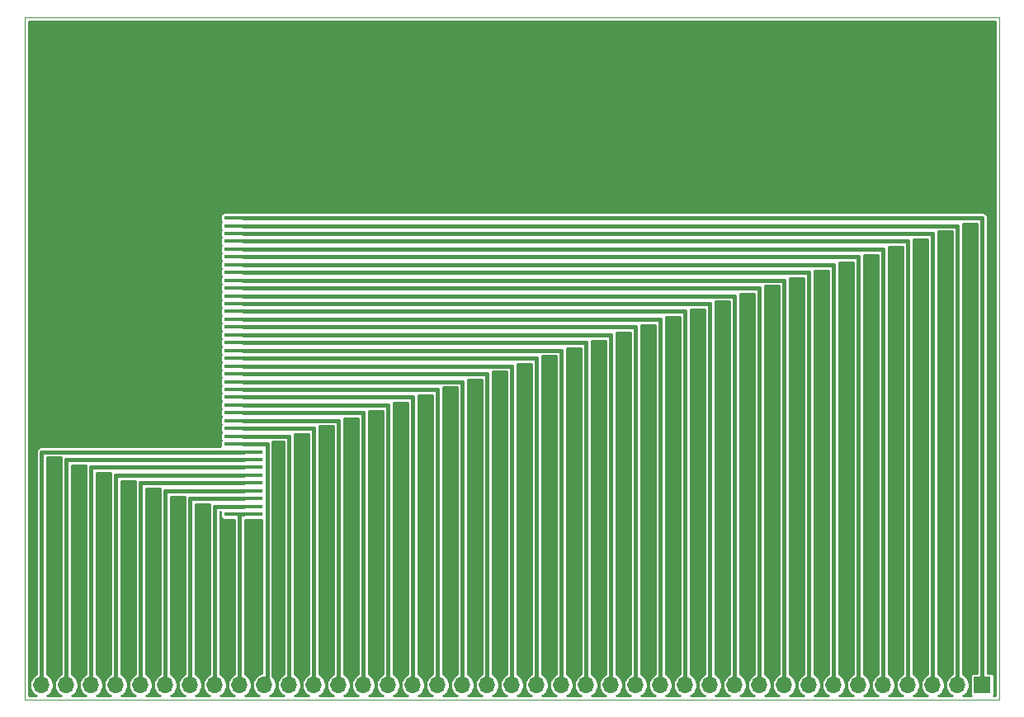
<source format=gbr>
G04 #@! TF.GenerationSoftware,KiCad,Pcbnew,(5.1.5)-3*
G04 #@! TF.CreationDate,2020-05-28T15:24:42-05:00*
G04 #@! TF.ProjectId,TFT Breakout 39P,54465420-4272-4656-916b-6f7574203339,rev?*
G04 #@! TF.SameCoordinates,Original*
G04 #@! TF.FileFunction,Copper,L1,Top*
G04 #@! TF.FilePolarity,Positive*
%FSLAX46Y46*%
G04 Gerber Fmt 4.6, Leading zero omitted, Abs format (unit mm)*
G04 Created by KiCad (PCBNEW (5.1.5)-3) date 2020-05-28 15:24:42*
%MOMM*%
%LPD*%
G04 APERTURE LIST*
G04 #@! TA.AperFunction,Profile*
%ADD10C,0.050000*%
G04 #@! TD*
G04 #@! TA.AperFunction,ComponentPad*
%ADD11O,1.700000X1.700000*%
G04 #@! TD*
G04 #@! TA.AperFunction,ComponentPad*
%ADD12R,1.700000X1.700000*%
G04 #@! TD*
G04 #@! TA.AperFunction,SMDPad,CuDef*
%ADD13R,4.000000X0.400000*%
G04 #@! TD*
G04 #@! TA.AperFunction,Conductor*
%ADD14C,0.381000*%
G04 #@! TD*
G04 #@! TA.AperFunction,NonConductor*
%ADD15C,0.254000*%
G04 #@! TD*
G04 APERTURE END LIST*
D10*
X200000000Y-60000000D02*
X100000000Y-60000000D01*
X200000000Y-130000000D02*
X200000000Y-60000000D01*
X100000000Y-130000000D02*
X100000000Y-60000000D01*
X100000000Y-130000000D02*
X200000000Y-130000000D01*
D11*
G04 #@! TO.P,J1,39*
G04 #@! TO.N,BL_K1*
X101740000Y-128500000D03*
G04 #@! TO.P,J1,38*
G04 #@! TO.N,BL_K2*
X104280000Y-128500000D03*
G04 #@! TO.P,J1,37*
G04 #@! TO.N,BL_K3*
X106820000Y-128500000D03*
G04 #@! TO.P,J1,36*
G04 #@! TO.N,BL_K4*
X109360000Y-128500000D03*
G04 #@! TO.P,J1,35*
G04 #@! TO.N,BL_K5*
X111900000Y-128500000D03*
G04 #@! TO.P,J1,34*
G04 #@! TO.N,BL_K6*
X114440000Y-128500000D03*
G04 #@! TO.P,J1,33*
G04 #@! TO.N,TE*
X116980000Y-128500000D03*
G04 #@! TO.P,J1,32*
G04 #@! TO.N,BL_K7*
X119520000Y-128500000D03*
G04 #@! TO.P,J1,31*
G04 #@! TO.N,BL_K8*
X122060000Y-128500000D03*
G04 #@! TO.P,J1,30*
G04 #@! TO.N,BL_A*
X124600000Y-128500000D03*
G04 #@! TO.P,J1,29*
G04 #@! TO.N,GND2*
X127140000Y-128500000D03*
G04 #@! TO.P,J1,28*
G04 #@! TO.N,RESET*
X129680000Y-128500000D03*
G04 #@! TO.P,J1,27*
G04 #@! TO.N,VCC*
X132220000Y-128500000D03*
G04 #@! TO.P,J1,26*
G04 #@! TO.N,CS*
X134760000Y-128500000D03*
G04 #@! TO.P,J1,25*
G04 #@! TO.N,DC*
X137300000Y-128500000D03*
G04 #@! TO.P,J1,24*
G04 #@! TO.N,WR*
X139840000Y-128500000D03*
G04 #@! TO.P,J1,23*
G04 #@! TO.N,RD*
X142380000Y-128500000D03*
G04 #@! TO.P,J1,22*
G04 #@! TO.N,D0*
X144920000Y-128500000D03*
G04 #@! TO.P,J1,21*
G04 #@! TO.N,D1*
X147460000Y-128500000D03*
G04 #@! TO.P,J1,20*
G04 #@! TO.N,D2*
X150000000Y-128500000D03*
G04 #@! TO.P,J1,19*
G04 #@! TO.N,D3*
X152540000Y-128500000D03*
G04 #@! TO.P,J1,18*
G04 #@! TO.N,D4*
X155080000Y-128500000D03*
G04 #@! TO.P,J1,17*
G04 #@! TO.N,D5*
X157620000Y-128500000D03*
G04 #@! TO.P,J1,16*
G04 #@! TO.N,D6*
X160160000Y-128500000D03*
G04 #@! TO.P,J1,15*
G04 #@! TO.N,D7*
X162700000Y-128500000D03*
G04 #@! TO.P,J1,14*
G04 #@! TO.N,D8*
X165240000Y-128500000D03*
G04 #@! TO.P,J1,13*
G04 #@! TO.N,D9*
X167780000Y-128500000D03*
G04 #@! TO.P,J1,12*
G04 #@! TO.N,D10*
X170320000Y-128500000D03*
G04 #@! TO.P,J1,11*
G04 #@! TO.N,D11*
X172860000Y-128500000D03*
G04 #@! TO.P,J1,10*
G04 #@! TO.N,D12*
X175400000Y-128500000D03*
G04 #@! TO.P,J1,9*
G04 #@! TO.N,D13*
X177940000Y-128500000D03*
G04 #@! TO.P,J1,8*
G04 #@! TO.N,D14*
X180480000Y-128500000D03*
G04 #@! TO.P,J1,7*
G04 #@! TO.N,D15*
X183020000Y-128500000D03*
G04 #@! TO.P,J1,6*
G04 #@! TO.N,NC*
X185560000Y-128500000D03*
G04 #@! TO.P,J1,5*
G04 #@! TO.N,GND1*
X188100000Y-128500000D03*
G04 #@! TO.P,J1,4*
G04 #@! TO.N,TS_Y-*
X190640000Y-128500000D03*
G04 #@! TO.P,J1,3*
G04 #@! TO.N,TS_X-*
X193180000Y-128500000D03*
G04 #@! TO.P,J1,2*
G04 #@! TO.N,TS_Y+*
X195720000Y-128500000D03*
D12*
G04 #@! TO.P,J1,1*
G04 #@! TO.N,TS_X+*
X198260000Y-128500000D03*
G04 #@! TD*
D13*
G04 #@! TO.P,DS1,1*
G04 #@! TO.N,TS_X+*
X122490000Y-80560000D03*
G04 #@! TO.P,DS1,2*
G04 #@! TO.N,TS_Y+*
X122490000Y-81360000D03*
G04 #@! TO.P,DS1,3*
G04 #@! TO.N,TS_X-*
X122490000Y-82160000D03*
G04 #@! TO.P,DS1,4*
G04 #@! TO.N,TS_Y-*
X122490000Y-82960000D03*
G04 #@! TO.P,DS1,5*
G04 #@! TO.N,GND1*
X122490000Y-83760000D03*
G04 #@! TO.P,DS1,6*
G04 #@! TO.N,NC*
X122490000Y-84560000D03*
G04 #@! TO.P,DS1,7*
G04 #@! TO.N,D15*
X122490000Y-85360000D03*
G04 #@! TO.P,DS1,8*
G04 #@! TO.N,D14*
X122490000Y-86160000D03*
G04 #@! TO.P,DS1,9*
G04 #@! TO.N,D13*
X122490000Y-86960000D03*
G04 #@! TO.P,DS1,10*
G04 #@! TO.N,D12*
X122490000Y-87760000D03*
G04 #@! TO.P,DS1,11*
G04 #@! TO.N,D11*
X122490000Y-88560000D03*
G04 #@! TO.P,DS1,12*
G04 #@! TO.N,D10*
X122490000Y-89360000D03*
G04 #@! TO.P,DS1,13*
G04 #@! TO.N,D9*
X122490000Y-90160000D03*
G04 #@! TO.P,DS1,14*
G04 #@! TO.N,D8*
X122490000Y-90960000D03*
G04 #@! TO.P,DS1,15*
G04 #@! TO.N,D7*
X122490000Y-91760000D03*
G04 #@! TO.P,DS1,16*
G04 #@! TO.N,D6*
X122490000Y-92560000D03*
G04 #@! TO.P,DS1,17*
G04 #@! TO.N,D5*
X122490000Y-93360000D03*
G04 #@! TO.P,DS1,18*
G04 #@! TO.N,D4*
X122490000Y-94160000D03*
G04 #@! TO.P,DS1,19*
G04 #@! TO.N,D3*
X122490000Y-94960000D03*
G04 #@! TO.P,DS1,20*
G04 #@! TO.N,D2*
X122490000Y-95760000D03*
G04 #@! TO.P,DS1,21*
G04 #@! TO.N,D1*
X122490000Y-96560000D03*
G04 #@! TO.P,DS1,22*
G04 #@! TO.N,D0*
X122490000Y-97360000D03*
G04 #@! TO.P,DS1,23*
G04 #@! TO.N,RD*
X122490000Y-98160000D03*
G04 #@! TO.P,DS1,24*
G04 #@! TO.N,WR*
X122490000Y-98960000D03*
G04 #@! TO.P,DS1,25*
G04 #@! TO.N,DC*
X122490000Y-99760000D03*
G04 #@! TO.P,DS1,26*
G04 #@! TO.N,CS*
X122490000Y-100560000D03*
G04 #@! TO.P,DS1,27*
G04 #@! TO.N,VCC*
X122490000Y-101360000D03*
G04 #@! TO.P,DS1,28*
G04 #@! TO.N,RESET*
X122490000Y-102160000D03*
G04 #@! TO.P,DS1,29*
G04 #@! TO.N,GND2*
X122490000Y-102960000D03*
G04 #@! TO.P,DS1,30*
G04 #@! TO.N,BL_A*
X122490000Y-103760000D03*
G04 #@! TO.P,DS1,31*
G04 #@! TO.N,BL_K1*
X122490000Y-104560000D03*
G04 #@! TO.P,DS1,32*
G04 #@! TO.N,BL_K2*
X122490000Y-105360000D03*
G04 #@! TO.P,DS1,33*
G04 #@! TO.N,BL_K3*
X122490000Y-106160000D03*
G04 #@! TO.P,DS1,34*
G04 #@! TO.N,BL_K4*
X122490000Y-106960000D03*
G04 #@! TO.P,DS1,35*
G04 #@! TO.N,BL_K5*
X122490000Y-107760000D03*
G04 #@! TO.P,DS1,36*
G04 #@! TO.N,BL_K6*
X122490000Y-108560000D03*
G04 #@! TO.P,DS1,37*
G04 #@! TO.N,TE*
X122490000Y-109360000D03*
G04 #@! TO.P,DS1,38*
G04 #@! TO.N,BL_K7*
X122490000Y-110160000D03*
G04 #@! TO.P,DS1,39*
G04 #@! TO.N,BL_K8*
X122490000Y-110960000D03*
G04 #@! TD*
D14*
G04 #@! TO.N,TS_X+*
X198260000Y-80560000D02*
X198260000Y-128500000D01*
X122490000Y-80560000D02*
X198260000Y-80560000D01*
G04 #@! TO.N,TS_Y+*
X195720000Y-81360000D02*
X195720000Y-128500000D01*
X122490000Y-81360000D02*
X195720000Y-81360000D01*
G04 #@! TO.N,TS_X-*
X193180000Y-82160000D02*
X122490000Y-82160000D01*
X193180000Y-128500000D02*
X193180000Y-82160000D01*
G04 #@! TO.N,TS_Y-*
X124871000Y-82960000D02*
X122490000Y-82960000D01*
X190640000Y-128500000D02*
X190640000Y-82960000D01*
X190640000Y-82960000D02*
X124871000Y-82960000D01*
G04 #@! TO.N,GND1*
X188100000Y-83760000D02*
X188100000Y-128500000D01*
X122490000Y-83760000D02*
X188100000Y-83760000D01*
G04 #@! TO.N,NC*
X185560000Y-84560000D02*
X185560000Y-128500000D01*
X122490000Y-84560000D02*
X185560000Y-84560000D01*
G04 #@! TO.N,D15*
X183020000Y-85360000D02*
X183020000Y-128500000D01*
X122490000Y-85360000D02*
X183020000Y-85360000D01*
G04 #@! TO.N,D14*
X180480000Y-86160000D02*
X180480000Y-128500000D01*
X122490000Y-86160000D02*
X180480000Y-86160000D01*
G04 #@! TO.N,D13*
X177940000Y-86960000D02*
X177940000Y-128500000D01*
X122490000Y-86960000D02*
X177940000Y-86960000D01*
G04 #@! TO.N,D12*
X175400000Y-87760000D02*
X175400000Y-128500000D01*
X122490000Y-87760000D02*
X175400000Y-87760000D01*
G04 #@! TO.N,D11*
X172860000Y-88560000D02*
X172860000Y-128500000D01*
X122490000Y-88560000D02*
X172860000Y-88560000D01*
G04 #@! TO.N,D10*
X170320000Y-89360000D02*
X170320000Y-128500000D01*
X122490000Y-89360000D02*
X170320000Y-89360000D01*
G04 #@! TO.N,D9*
X167780000Y-90160000D02*
X167780000Y-128500000D01*
X122490000Y-90160000D02*
X167780000Y-90160000D01*
G04 #@! TO.N,D8*
X165240000Y-90960000D02*
X165240000Y-128500000D01*
X122490000Y-90960000D02*
X165240000Y-90960000D01*
G04 #@! TO.N,D7*
X162700000Y-91760000D02*
X162700000Y-128500000D01*
X122490000Y-91760000D02*
X162700000Y-91760000D01*
G04 #@! TO.N,D6*
X160160000Y-92560000D02*
X160160000Y-128500000D01*
X122490000Y-92560000D02*
X160160000Y-92560000D01*
G04 #@! TO.N,D5*
X157620000Y-127297919D02*
X157620000Y-128500000D01*
X122490000Y-93360000D02*
X157620000Y-93360000D01*
X157620000Y-93360000D02*
X157620000Y-127297919D01*
G04 #@! TO.N,D4*
X155080000Y-127297919D02*
X155080000Y-128500000D01*
X122490000Y-94160000D02*
X155080000Y-94160000D01*
X155080000Y-94160000D02*
X155080000Y-127297919D01*
G04 #@! TO.N,D3*
X152540000Y-127297919D02*
X152540000Y-128500000D01*
X122490000Y-94960000D02*
X152540000Y-94960000D01*
X152540000Y-94960000D02*
X152540000Y-127297919D01*
G04 #@! TO.N,D2*
X150000000Y-127297919D02*
X150000000Y-128500000D01*
X122490000Y-95760000D02*
X150000000Y-95760000D01*
X150000000Y-95760000D02*
X150000000Y-127297919D01*
G04 #@! TO.N,D1*
X147460000Y-127297919D02*
X147460000Y-128500000D01*
X122490000Y-96560000D02*
X147460000Y-96560000D01*
X147460000Y-96560000D02*
X147460000Y-127297919D01*
G04 #@! TO.N,D0*
X144920000Y-127297919D02*
X144920000Y-128500000D01*
X122490000Y-97360000D02*
X144920000Y-97360000D01*
X144920000Y-97360000D02*
X144920000Y-127297919D01*
G04 #@! TO.N,RD*
X142380000Y-127297919D02*
X142380000Y-128500000D01*
X122490000Y-98160000D02*
X142380000Y-98160000D01*
X142380000Y-98160000D02*
X142380000Y-127297919D01*
G04 #@! TO.N,WR*
X139840000Y-127297919D02*
X139840000Y-128500000D01*
X122490000Y-98960000D02*
X139840000Y-98960000D01*
X139840000Y-98960000D02*
X139840000Y-127297919D01*
G04 #@! TO.N,DC*
X137300000Y-127297919D02*
X137300000Y-128500000D01*
X122490000Y-99760000D02*
X137300000Y-99760000D01*
X137300000Y-99760000D02*
X137300000Y-127297919D01*
G04 #@! TO.N,CS*
X122490000Y-100560000D02*
X134760000Y-100560000D01*
X134760000Y-127297919D02*
X134760000Y-128500000D01*
X134760000Y-100560000D02*
X134760000Y-127297919D01*
G04 #@! TO.N,VCC*
X132220000Y-127297919D02*
X132220000Y-128500000D01*
X122490000Y-101360000D02*
X132220000Y-101360000D01*
X132220000Y-101360000D02*
X132220000Y-127297919D01*
G04 #@! TO.N,RESET*
X129680000Y-127297919D02*
X129680000Y-128500000D01*
X122490000Y-102160000D02*
X129680000Y-102160000D01*
X129680000Y-102160000D02*
X129680000Y-127297919D01*
G04 #@! TO.N,GND2*
X127140000Y-127297919D02*
X127140000Y-128500000D01*
X122490000Y-102960000D02*
X127140000Y-102960000D01*
X127140000Y-102960000D02*
X127140000Y-127297919D01*
G04 #@! TO.N,BL_A*
X124880501Y-103769501D02*
X124871000Y-103760000D01*
X124600000Y-128500000D02*
X124880501Y-128219499D01*
X124871000Y-103760000D02*
X122490000Y-103760000D01*
X124880501Y-128219499D02*
X124880501Y-103769501D01*
G04 #@! TO.N,BL_K1*
X101740000Y-127297919D02*
X101740000Y-128500000D01*
X122490000Y-104560000D02*
X101740000Y-104560000D01*
X101740000Y-104560000D02*
X101740000Y-127297919D01*
G04 #@! TO.N,BL_K2*
X104280000Y-127297919D02*
X104280000Y-128500000D01*
X122490000Y-105360000D02*
X104280000Y-105360000D01*
X104280000Y-105360000D02*
X104280000Y-127297919D01*
G04 #@! TO.N,BL_K3*
X106820000Y-127297919D02*
X106820000Y-128500000D01*
X122490000Y-106160000D02*
X106820000Y-106160000D01*
X106820000Y-106160000D02*
X106820000Y-127297919D01*
G04 #@! TO.N,BL_K4*
X109360000Y-127297919D02*
X109360000Y-128500000D01*
X122490000Y-106960000D02*
X109360000Y-106960000D01*
X109360000Y-106960000D02*
X109360000Y-127297919D01*
G04 #@! TO.N,BL_K5*
X120109000Y-107760000D02*
X122490000Y-107760000D01*
X111900000Y-128500000D02*
X111900000Y-107760000D01*
X111900000Y-107760000D02*
X120109000Y-107760000D01*
G04 #@! TO.N,BL_K6*
X120109000Y-108560000D02*
X122490000Y-108560000D01*
X114440000Y-128500000D02*
X114440000Y-108560000D01*
X114440000Y-108560000D02*
X120109000Y-108560000D01*
G04 #@! TO.N,TE*
X120109000Y-109360000D02*
X122490000Y-109360000D01*
X116980000Y-128500000D02*
X116980000Y-109360000D01*
X116980000Y-109360000D02*
X120109000Y-109360000D01*
G04 #@! TO.N,BL_K7*
X120109000Y-110160000D02*
X122490000Y-110160000D01*
X119520000Y-128500000D02*
X119520000Y-110160000D01*
X119520000Y-110160000D02*
X120109000Y-110160000D01*
G04 #@! TO.N,BL_K8*
X122060000Y-110960000D02*
X122490000Y-110960000D01*
X122060000Y-128500000D02*
X122060000Y-110960000D01*
G04 #@! TD*
D15*
G36*
X118989448Y-109940238D02*
G01*
X118956769Y-110047966D01*
X118945735Y-110160000D01*
X118948501Y-110188085D01*
X118948500Y-127404298D01*
X118936903Y-127409102D01*
X118735283Y-127543820D01*
X118563820Y-127715283D01*
X118429102Y-127916903D01*
X118336307Y-128140931D01*
X118289000Y-128378757D01*
X118289000Y-128621243D01*
X118336307Y-128859069D01*
X118429102Y-129083097D01*
X118563820Y-129284717D01*
X118735283Y-129456180D01*
X118936903Y-129590898D01*
X118944392Y-129594000D01*
X117555608Y-129594000D01*
X117563097Y-129590898D01*
X117764717Y-129456180D01*
X117936180Y-129284717D01*
X118070898Y-129083097D01*
X118163693Y-128859069D01*
X118211000Y-128621243D01*
X118211000Y-128378757D01*
X118163693Y-128140931D01*
X118070898Y-127916903D01*
X117936180Y-127715283D01*
X117764717Y-127543820D01*
X117563097Y-127409102D01*
X117551500Y-127404298D01*
X117551500Y-109931500D01*
X118994119Y-109931500D01*
X118989448Y-109940238D01*
G37*
X118989448Y-109940238D02*
X118956769Y-110047966D01*
X118945735Y-110160000D01*
X118948501Y-110188085D01*
X118948500Y-127404298D01*
X118936903Y-127409102D01*
X118735283Y-127543820D01*
X118563820Y-127715283D01*
X118429102Y-127916903D01*
X118336307Y-128140931D01*
X118289000Y-128378757D01*
X118289000Y-128621243D01*
X118336307Y-128859069D01*
X118429102Y-129083097D01*
X118563820Y-129284717D01*
X118735283Y-129456180D01*
X118936903Y-129590898D01*
X118944392Y-129594000D01*
X117555608Y-129594000D01*
X117563097Y-129590898D01*
X117764717Y-129456180D01*
X117936180Y-129284717D01*
X118070898Y-129083097D01*
X118163693Y-128859069D01*
X118211000Y-128621243D01*
X118211000Y-128378757D01*
X118163693Y-128140931D01*
X118070898Y-127916903D01*
X117936180Y-127715283D01*
X117764717Y-127543820D01*
X117563097Y-127409102D01*
X117551500Y-127404298D01*
X117551500Y-109931500D01*
X118994119Y-109931500D01*
X118989448Y-109940238D01*
G36*
X172288501Y-127404298D02*
G01*
X172276903Y-127409102D01*
X172075283Y-127543820D01*
X171903820Y-127715283D01*
X171769102Y-127916903D01*
X171676307Y-128140931D01*
X171629000Y-128378757D01*
X171629000Y-128621243D01*
X171676307Y-128859069D01*
X171769102Y-129083097D01*
X171903820Y-129284717D01*
X172075283Y-129456180D01*
X172276903Y-129590898D01*
X172284392Y-129594000D01*
X170895608Y-129594000D01*
X170903097Y-129590898D01*
X171104717Y-129456180D01*
X171276180Y-129284717D01*
X171410898Y-129083097D01*
X171503693Y-128859069D01*
X171551000Y-128621243D01*
X171551000Y-128378757D01*
X171503693Y-128140931D01*
X171410898Y-127916903D01*
X171276180Y-127715283D01*
X171104717Y-127543820D01*
X170903097Y-127409102D01*
X170891500Y-127404298D01*
X170891500Y-89388074D01*
X170894265Y-89360000D01*
X170883231Y-89247966D01*
X170850552Y-89140238D01*
X170845881Y-89131500D01*
X172288500Y-89131500D01*
X172288501Y-127404298D01*
G37*
X172288501Y-127404298D02*
X172276903Y-127409102D01*
X172075283Y-127543820D01*
X171903820Y-127715283D01*
X171769102Y-127916903D01*
X171676307Y-128140931D01*
X171629000Y-128378757D01*
X171629000Y-128621243D01*
X171676307Y-128859069D01*
X171769102Y-129083097D01*
X171903820Y-129284717D01*
X172075283Y-129456180D01*
X172276903Y-129590898D01*
X172284392Y-129594000D01*
X170895608Y-129594000D01*
X170903097Y-129590898D01*
X171104717Y-129456180D01*
X171276180Y-129284717D01*
X171410898Y-129083097D01*
X171503693Y-128859069D01*
X171551000Y-128621243D01*
X171551000Y-128378757D01*
X171503693Y-128140931D01*
X171410898Y-127916903D01*
X171276180Y-127715283D01*
X171104717Y-127543820D01*
X170903097Y-127409102D01*
X170891500Y-127404298D01*
X170891500Y-89388074D01*
X170894265Y-89360000D01*
X170883231Y-89247966D01*
X170850552Y-89140238D01*
X170845881Y-89131500D01*
X172288500Y-89131500D01*
X172288501Y-127404298D01*
G36*
X146888501Y-127269836D02*
G01*
X146888500Y-127269846D01*
X146888500Y-127404298D01*
X146876903Y-127409102D01*
X146675283Y-127543820D01*
X146503820Y-127715283D01*
X146369102Y-127916903D01*
X146276307Y-128140931D01*
X146229000Y-128378757D01*
X146229000Y-128621243D01*
X146276307Y-128859069D01*
X146369102Y-129083097D01*
X146503820Y-129284717D01*
X146675283Y-129456180D01*
X146876903Y-129590898D01*
X146884392Y-129594000D01*
X145495608Y-129594000D01*
X145503097Y-129590898D01*
X145704717Y-129456180D01*
X145876180Y-129284717D01*
X146010898Y-129083097D01*
X146103693Y-128859069D01*
X146151000Y-128621243D01*
X146151000Y-128378757D01*
X146103693Y-128140931D01*
X146010898Y-127916903D01*
X145876180Y-127715283D01*
X145704717Y-127543820D01*
X145503097Y-127409102D01*
X145491500Y-127404298D01*
X145491500Y-97388074D01*
X145494265Y-97360000D01*
X145483231Y-97247966D01*
X145450552Y-97140238D01*
X145445881Y-97131500D01*
X146888500Y-97131500D01*
X146888501Y-127269836D01*
G37*
X146888501Y-127269836D02*
X146888500Y-127269846D01*
X146888500Y-127404298D01*
X146876903Y-127409102D01*
X146675283Y-127543820D01*
X146503820Y-127715283D01*
X146369102Y-127916903D01*
X146276307Y-128140931D01*
X146229000Y-128378757D01*
X146229000Y-128621243D01*
X146276307Y-128859069D01*
X146369102Y-129083097D01*
X146503820Y-129284717D01*
X146675283Y-129456180D01*
X146876903Y-129590898D01*
X146884392Y-129594000D01*
X145495608Y-129594000D01*
X145503097Y-129590898D01*
X145704717Y-129456180D01*
X145876180Y-129284717D01*
X146010898Y-129083097D01*
X146103693Y-128859069D01*
X146151000Y-128621243D01*
X146151000Y-128378757D01*
X146103693Y-128140931D01*
X146010898Y-127916903D01*
X145876180Y-127715283D01*
X145704717Y-127543820D01*
X145503097Y-127409102D01*
X145491500Y-127404298D01*
X145491500Y-97388074D01*
X145494265Y-97360000D01*
X145483231Y-97247966D01*
X145450552Y-97140238D01*
X145445881Y-97131500D01*
X146888500Y-97131500D01*
X146888501Y-127269836D01*
G36*
X199594000Y-129594000D02*
G01*
X199402632Y-129594000D01*
X199428322Y-129562696D01*
X199463701Y-129496508D01*
X199485487Y-129424689D01*
X199492843Y-129350000D01*
X199492843Y-127650000D01*
X199485487Y-127575311D01*
X199463701Y-127503492D01*
X199428322Y-127437304D01*
X199380711Y-127379289D01*
X199322696Y-127331678D01*
X199256508Y-127296299D01*
X199184689Y-127274513D01*
X199110000Y-127267157D01*
X198831500Y-127267157D01*
X198831500Y-80588074D01*
X198834265Y-80560000D01*
X198823231Y-80447966D01*
X198790552Y-80340238D01*
X198737484Y-80240955D01*
X198666067Y-80153933D01*
X198579045Y-80082516D01*
X198479762Y-80029448D01*
X198372034Y-79996769D01*
X198288074Y-79988500D01*
X198260000Y-79985735D01*
X198231926Y-79988500D01*
X124577832Y-79988500D01*
X124564689Y-79984513D01*
X124490000Y-79977157D01*
X120490000Y-79977157D01*
X120415311Y-79984513D01*
X120343492Y-80006299D01*
X120277304Y-80041678D01*
X120219289Y-80089289D01*
X120171678Y-80147304D01*
X120136299Y-80213492D01*
X120114513Y-80285311D01*
X120107157Y-80360000D01*
X120107157Y-80760000D01*
X120114513Y-80834689D01*
X120136299Y-80906508D01*
X120164892Y-80960000D01*
X120136299Y-81013492D01*
X120114513Y-81085311D01*
X120107157Y-81160000D01*
X120107157Y-81560000D01*
X120114513Y-81634689D01*
X120136299Y-81706508D01*
X120164892Y-81760000D01*
X120136299Y-81813492D01*
X120114513Y-81885311D01*
X120107157Y-81960000D01*
X120107157Y-82360000D01*
X120114513Y-82434689D01*
X120136299Y-82506508D01*
X120164892Y-82560000D01*
X120136299Y-82613492D01*
X120114513Y-82685311D01*
X120107157Y-82760000D01*
X120107157Y-83160000D01*
X120114513Y-83234689D01*
X120136299Y-83306508D01*
X120164892Y-83360000D01*
X120136299Y-83413492D01*
X120114513Y-83485311D01*
X120107157Y-83560000D01*
X120107157Y-83960000D01*
X120114513Y-84034689D01*
X120136299Y-84106508D01*
X120164892Y-84160000D01*
X120136299Y-84213492D01*
X120114513Y-84285311D01*
X120107157Y-84360000D01*
X120107157Y-84760000D01*
X120114513Y-84834689D01*
X120136299Y-84906508D01*
X120164892Y-84960000D01*
X120136299Y-85013492D01*
X120114513Y-85085311D01*
X120107157Y-85160000D01*
X120107157Y-85560000D01*
X120114513Y-85634689D01*
X120136299Y-85706508D01*
X120164892Y-85760000D01*
X120136299Y-85813492D01*
X120114513Y-85885311D01*
X120107157Y-85960000D01*
X120107157Y-86360000D01*
X120114513Y-86434689D01*
X120136299Y-86506508D01*
X120164892Y-86560000D01*
X120136299Y-86613492D01*
X120114513Y-86685311D01*
X120107157Y-86760000D01*
X120107157Y-87160000D01*
X120114513Y-87234689D01*
X120136299Y-87306508D01*
X120164892Y-87360000D01*
X120136299Y-87413492D01*
X120114513Y-87485311D01*
X120107157Y-87560000D01*
X120107157Y-87960000D01*
X120114513Y-88034689D01*
X120136299Y-88106508D01*
X120164892Y-88160000D01*
X120136299Y-88213492D01*
X120114513Y-88285311D01*
X120107157Y-88360000D01*
X120107157Y-88760000D01*
X120114513Y-88834689D01*
X120136299Y-88906508D01*
X120164892Y-88960000D01*
X120136299Y-89013492D01*
X120114513Y-89085311D01*
X120107157Y-89160000D01*
X120107157Y-89560000D01*
X120114513Y-89634689D01*
X120136299Y-89706508D01*
X120164892Y-89760000D01*
X120136299Y-89813492D01*
X120114513Y-89885311D01*
X120107157Y-89960000D01*
X120107157Y-90360000D01*
X120114513Y-90434689D01*
X120136299Y-90506508D01*
X120164892Y-90560000D01*
X120136299Y-90613492D01*
X120114513Y-90685311D01*
X120107157Y-90760000D01*
X120107157Y-91160000D01*
X120114513Y-91234689D01*
X120136299Y-91306508D01*
X120164892Y-91360000D01*
X120136299Y-91413492D01*
X120114513Y-91485311D01*
X120107157Y-91560000D01*
X120107157Y-91960000D01*
X120114513Y-92034689D01*
X120136299Y-92106508D01*
X120164892Y-92160000D01*
X120136299Y-92213492D01*
X120114513Y-92285311D01*
X120107157Y-92360000D01*
X120107157Y-92760000D01*
X120114513Y-92834689D01*
X120136299Y-92906508D01*
X120164892Y-92960000D01*
X120136299Y-93013492D01*
X120114513Y-93085311D01*
X120107157Y-93160000D01*
X120107157Y-93560000D01*
X120114513Y-93634689D01*
X120136299Y-93706508D01*
X120164892Y-93760000D01*
X120136299Y-93813492D01*
X120114513Y-93885311D01*
X120107157Y-93960000D01*
X120107157Y-94360000D01*
X120114513Y-94434689D01*
X120136299Y-94506508D01*
X120164892Y-94560000D01*
X120136299Y-94613492D01*
X120114513Y-94685311D01*
X120107157Y-94760000D01*
X120107157Y-95160000D01*
X120114513Y-95234689D01*
X120136299Y-95306508D01*
X120164892Y-95360000D01*
X120136299Y-95413492D01*
X120114513Y-95485311D01*
X120107157Y-95560000D01*
X120107157Y-95960000D01*
X120114513Y-96034689D01*
X120136299Y-96106508D01*
X120164892Y-96160000D01*
X120136299Y-96213492D01*
X120114513Y-96285311D01*
X120107157Y-96360000D01*
X120107157Y-96760000D01*
X120114513Y-96834689D01*
X120136299Y-96906508D01*
X120164892Y-96960000D01*
X120136299Y-97013492D01*
X120114513Y-97085311D01*
X120107157Y-97160000D01*
X120107157Y-97560000D01*
X120114513Y-97634689D01*
X120136299Y-97706508D01*
X120164892Y-97760000D01*
X120136299Y-97813492D01*
X120114513Y-97885311D01*
X120107157Y-97960000D01*
X120107157Y-98360000D01*
X120114513Y-98434689D01*
X120136299Y-98506508D01*
X120164892Y-98560000D01*
X120136299Y-98613492D01*
X120114513Y-98685311D01*
X120107157Y-98760000D01*
X120107157Y-99160000D01*
X120114513Y-99234689D01*
X120136299Y-99306508D01*
X120164892Y-99360000D01*
X120136299Y-99413492D01*
X120114513Y-99485311D01*
X120107157Y-99560000D01*
X120107157Y-99960000D01*
X120114513Y-100034689D01*
X120136299Y-100106508D01*
X120164892Y-100160000D01*
X120136299Y-100213492D01*
X120114513Y-100285311D01*
X120107157Y-100360000D01*
X120107157Y-100760000D01*
X120114513Y-100834689D01*
X120136299Y-100906508D01*
X120164892Y-100960000D01*
X120136299Y-101013492D01*
X120114513Y-101085311D01*
X120107157Y-101160000D01*
X120107157Y-101560000D01*
X120114513Y-101634689D01*
X120136299Y-101706508D01*
X120164892Y-101760000D01*
X120136299Y-101813492D01*
X120114513Y-101885311D01*
X120107157Y-101960000D01*
X120107157Y-102360000D01*
X120114513Y-102434689D01*
X120136299Y-102506508D01*
X120164892Y-102560000D01*
X120136299Y-102613492D01*
X120114513Y-102685311D01*
X120107157Y-102760000D01*
X120107157Y-103160000D01*
X120114513Y-103234689D01*
X120136299Y-103306508D01*
X120164892Y-103360000D01*
X120136299Y-103413492D01*
X120114513Y-103485311D01*
X120107157Y-103560000D01*
X120107157Y-103960000D01*
X120109964Y-103988500D01*
X101768074Y-103988500D01*
X101740000Y-103985735D01*
X101711926Y-103988500D01*
X101627966Y-103996769D01*
X101520238Y-104029448D01*
X101420955Y-104082516D01*
X101333933Y-104153933D01*
X101262516Y-104240955D01*
X101209448Y-104340238D01*
X101176769Y-104447966D01*
X101165735Y-104560000D01*
X101168500Y-104588075D01*
X101168501Y-127269836D01*
X101168500Y-127269846D01*
X101168500Y-127404298D01*
X101156903Y-127409102D01*
X100955283Y-127543820D01*
X100783820Y-127715283D01*
X100649102Y-127916903D01*
X100556307Y-128140931D01*
X100509000Y-128378757D01*
X100509000Y-128621243D01*
X100556307Y-128859069D01*
X100649102Y-129083097D01*
X100783820Y-129284717D01*
X100955283Y-129456180D01*
X101156903Y-129590898D01*
X101164392Y-129594000D01*
X100406000Y-129594000D01*
X100406000Y-60406000D01*
X199594001Y-60406000D01*
X199594000Y-129594000D01*
G37*
X199594000Y-129594000D02*
X199402632Y-129594000D01*
X199428322Y-129562696D01*
X199463701Y-129496508D01*
X199485487Y-129424689D01*
X199492843Y-129350000D01*
X199492843Y-127650000D01*
X199485487Y-127575311D01*
X199463701Y-127503492D01*
X199428322Y-127437304D01*
X199380711Y-127379289D01*
X199322696Y-127331678D01*
X199256508Y-127296299D01*
X199184689Y-127274513D01*
X199110000Y-127267157D01*
X198831500Y-127267157D01*
X198831500Y-80588074D01*
X198834265Y-80560000D01*
X198823231Y-80447966D01*
X198790552Y-80340238D01*
X198737484Y-80240955D01*
X198666067Y-80153933D01*
X198579045Y-80082516D01*
X198479762Y-80029448D01*
X198372034Y-79996769D01*
X198288074Y-79988500D01*
X198260000Y-79985735D01*
X198231926Y-79988500D01*
X124577832Y-79988500D01*
X124564689Y-79984513D01*
X124490000Y-79977157D01*
X120490000Y-79977157D01*
X120415311Y-79984513D01*
X120343492Y-80006299D01*
X120277304Y-80041678D01*
X120219289Y-80089289D01*
X120171678Y-80147304D01*
X120136299Y-80213492D01*
X120114513Y-80285311D01*
X120107157Y-80360000D01*
X120107157Y-80760000D01*
X120114513Y-80834689D01*
X120136299Y-80906508D01*
X120164892Y-80960000D01*
X120136299Y-81013492D01*
X120114513Y-81085311D01*
X120107157Y-81160000D01*
X120107157Y-81560000D01*
X120114513Y-81634689D01*
X120136299Y-81706508D01*
X120164892Y-81760000D01*
X120136299Y-81813492D01*
X120114513Y-81885311D01*
X120107157Y-81960000D01*
X120107157Y-82360000D01*
X120114513Y-82434689D01*
X120136299Y-82506508D01*
X120164892Y-82560000D01*
X120136299Y-82613492D01*
X120114513Y-82685311D01*
X120107157Y-82760000D01*
X120107157Y-83160000D01*
X120114513Y-83234689D01*
X120136299Y-83306508D01*
X120164892Y-83360000D01*
X120136299Y-83413492D01*
X120114513Y-83485311D01*
X120107157Y-83560000D01*
X120107157Y-83960000D01*
X120114513Y-84034689D01*
X120136299Y-84106508D01*
X120164892Y-84160000D01*
X120136299Y-84213492D01*
X120114513Y-84285311D01*
X120107157Y-84360000D01*
X120107157Y-84760000D01*
X120114513Y-84834689D01*
X120136299Y-84906508D01*
X120164892Y-84960000D01*
X120136299Y-85013492D01*
X120114513Y-85085311D01*
X120107157Y-85160000D01*
X120107157Y-85560000D01*
X120114513Y-85634689D01*
X120136299Y-85706508D01*
X120164892Y-85760000D01*
X120136299Y-85813492D01*
X120114513Y-85885311D01*
X120107157Y-85960000D01*
X120107157Y-86360000D01*
X120114513Y-86434689D01*
X120136299Y-86506508D01*
X120164892Y-86560000D01*
X120136299Y-86613492D01*
X120114513Y-86685311D01*
X120107157Y-86760000D01*
X120107157Y-87160000D01*
X120114513Y-87234689D01*
X120136299Y-87306508D01*
X120164892Y-87360000D01*
X120136299Y-87413492D01*
X120114513Y-87485311D01*
X120107157Y-87560000D01*
X120107157Y-87960000D01*
X120114513Y-88034689D01*
X120136299Y-88106508D01*
X120164892Y-88160000D01*
X120136299Y-88213492D01*
X120114513Y-88285311D01*
X120107157Y-88360000D01*
X120107157Y-88760000D01*
X120114513Y-88834689D01*
X120136299Y-88906508D01*
X120164892Y-88960000D01*
X120136299Y-89013492D01*
X120114513Y-89085311D01*
X120107157Y-89160000D01*
X120107157Y-89560000D01*
X120114513Y-89634689D01*
X120136299Y-89706508D01*
X120164892Y-89760000D01*
X120136299Y-89813492D01*
X120114513Y-89885311D01*
X120107157Y-89960000D01*
X120107157Y-90360000D01*
X120114513Y-90434689D01*
X120136299Y-90506508D01*
X120164892Y-90560000D01*
X120136299Y-90613492D01*
X120114513Y-90685311D01*
X120107157Y-90760000D01*
X120107157Y-91160000D01*
X120114513Y-91234689D01*
X120136299Y-91306508D01*
X120164892Y-91360000D01*
X120136299Y-91413492D01*
X120114513Y-91485311D01*
X120107157Y-91560000D01*
X120107157Y-91960000D01*
X120114513Y-92034689D01*
X120136299Y-92106508D01*
X120164892Y-92160000D01*
X120136299Y-92213492D01*
X120114513Y-92285311D01*
X120107157Y-92360000D01*
X120107157Y-92760000D01*
X120114513Y-92834689D01*
X120136299Y-92906508D01*
X120164892Y-92960000D01*
X120136299Y-93013492D01*
X120114513Y-93085311D01*
X120107157Y-93160000D01*
X120107157Y-93560000D01*
X120114513Y-93634689D01*
X120136299Y-93706508D01*
X120164892Y-93760000D01*
X120136299Y-93813492D01*
X120114513Y-93885311D01*
X120107157Y-93960000D01*
X120107157Y-94360000D01*
X120114513Y-94434689D01*
X120136299Y-94506508D01*
X120164892Y-94560000D01*
X120136299Y-94613492D01*
X120114513Y-94685311D01*
X120107157Y-94760000D01*
X120107157Y-95160000D01*
X120114513Y-95234689D01*
X120136299Y-95306508D01*
X120164892Y-95360000D01*
X120136299Y-95413492D01*
X120114513Y-95485311D01*
X120107157Y-95560000D01*
X120107157Y-95960000D01*
X120114513Y-96034689D01*
X120136299Y-96106508D01*
X120164892Y-96160000D01*
X120136299Y-96213492D01*
X120114513Y-96285311D01*
X120107157Y-96360000D01*
X120107157Y-96760000D01*
X120114513Y-96834689D01*
X120136299Y-96906508D01*
X120164892Y-96960000D01*
X120136299Y-97013492D01*
X120114513Y-97085311D01*
X120107157Y-97160000D01*
X120107157Y-97560000D01*
X120114513Y-97634689D01*
X120136299Y-97706508D01*
X120164892Y-97760000D01*
X120136299Y-97813492D01*
X120114513Y-97885311D01*
X120107157Y-97960000D01*
X120107157Y-98360000D01*
X120114513Y-98434689D01*
X120136299Y-98506508D01*
X120164892Y-98560000D01*
X120136299Y-98613492D01*
X120114513Y-98685311D01*
X120107157Y-98760000D01*
X120107157Y-99160000D01*
X120114513Y-99234689D01*
X120136299Y-99306508D01*
X120164892Y-99360000D01*
X120136299Y-99413492D01*
X120114513Y-99485311D01*
X120107157Y-99560000D01*
X120107157Y-99960000D01*
X120114513Y-100034689D01*
X120136299Y-100106508D01*
X120164892Y-100160000D01*
X120136299Y-100213492D01*
X120114513Y-100285311D01*
X120107157Y-100360000D01*
X120107157Y-100760000D01*
X120114513Y-100834689D01*
X120136299Y-100906508D01*
X120164892Y-100960000D01*
X120136299Y-101013492D01*
X120114513Y-101085311D01*
X120107157Y-101160000D01*
X120107157Y-101560000D01*
X120114513Y-101634689D01*
X120136299Y-101706508D01*
X120164892Y-101760000D01*
X120136299Y-101813492D01*
X120114513Y-101885311D01*
X120107157Y-101960000D01*
X120107157Y-102360000D01*
X120114513Y-102434689D01*
X120136299Y-102506508D01*
X120164892Y-102560000D01*
X120136299Y-102613492D01*
X120114513Y-102685311D01*
X120107157Y-102760000D01*
X120107157Y-103160000D01*
X120114513Y-103234689D01*
X120136299Y-103306508D01*
X120164892Y-103360000D01*
X120136299Y-103413492D01*
X120114513Y-103485311D01*
X120107157Y-103560000D01*
X120107157Y-103960000D01*
X120109964Y-103988500D01*
X101768074Y-103988500D01*
X101740000Y-103985735D01*
X101711926Y-103988500D01*
X101627966Y-103996769D01*
X101520238Y-104029448D01*
X101420955Y-104082516D01*
X101333933Y-104153933D01*
X101262516Y-104240955D01*
X101209448Y-104340238D01*
X101176769Y-104447966D01*
X101165735Y-104560000D01*
X101168500Y-104588075D01*
X101168501Y-127269836D01*
X101168500Y-127269846D01*
X101168500Y-127404298D01*
X101156903Y-127409102D01*
X100955283Y-127543820D01*
X100783820Y-127715283D01*
X100649102Y-127916903D01*
X100556307Y-128140931D01*
X100509000Y-128378757D01*
X100509000Y-128621243D01*
X100556307Y-128859069D01*
X100649102Y-129083097D01*
X100783820Y-129284717D01*
X100955283Y-129456180D01*
X101156903Y-129590898D01*
X101164392Y-129594000D01*
X100406000Y-129594000D01*
X100406000Y-60406000D01*
X199594001Y-60406000D01*
X199594000Y-129594000D01*
G36*
X103749448Y-105140238D02*
G01*
X103716769Y-105247966D01*
X103705735Y-105360000D01*
X103708500Y-105388075D01*
X103708501Y-127269836D01*
X103708500Y-127269846D01*
X103708500Y-127404298D01*
X103696903Y-127409102D01*
X103495283Y-127543820D01*
X103323820Y-127715283D01*
X103189102Y-127916903D01*
X103096307Y-128140931D01*
X103049000Y-128378757D01*
X103049000Y-128621243D01*
X103096307Y-128859069D01*
X103189102Y-129083097D01*
X103323820Y-129284717D01*
X103495283Y-129456180D01*
X103696903Y-129590898D01*
X103704392Y-129594000D01*
X102315608Y-129594000D01*
X102323097Y-129590898D01*
X102524717Y-129456180D01*
X102696180Y-129284717D01*
X102830898Y-129083097D01*
X102923693Y-128859069D01*
X102971000Y-128621243D01*
X102971000Y-128378757D01*
X102923693Y-128140931D01*
X102830898Y-127916903D01*
X102696180Y-127715283D01*
X102524717Y-127543820D01*
X102323097Y-127409102D01*
X102311500Y-127404298D01*
X102311500Y-105131500D01*
X103754119Y-105131500D01*
X103749448Y-105140238D01*
G37*
X103749448Y-105140238D02*
X103716769Y-105247966D01*
X103705735Y-105360000D01*
X103708500Y-105388075D01*
X103708501Y-127269836D01*
X103708500Y-127269846D01*
X103708500Y-127404298D01*
X103696903Y-127409102D01*
X103495283Y-127543820D01*
X103323820Y-127715283D01*
X103189102Y-127916903D01*
X103096307Y-128140931D01*
X103049000Y-128378757D01*
X103049000Y-128621243D01*
X103096307Y-128859069D01*
X103189102Y-129083097D01*
X103323820Y-129284717D01*
X103495283Y-129456180D01*
X103696903Y-129590898D01*
X103704392Y-129594000D01*
X102315608Y-129594000D01*
X102323097Y-129590898D01*
X102524717Y-129456180D01*
X102696180Y-129284717D01*
X102830898Y-129083097D01*
X102923693Y-128859069D01*
X102971000Y-128621243D01*
X102971000Y-128378757D01*
X102923693Y-128140931D01*
X102830898Y-127916903D01*
X102696180Y-127715283D01*
X102524717Y-127543820D01*
X102323097Y-127409102D01*
X102311500Y-127404298D01*
X102311500Y-105131500D01*
X103754119Y-105131500D01*
X103749448Y-105140238D01*
G36*
X106289448Y-105940238D02*
G01*
X106256769Y-106047966D01*
X106245735Y-106160000D01*
X106248500Y-106188075D01*
X106248501Y-127269836D01*
X106248500Y-127269846D01*
X106248500Y-127404298D01*
X106236903Y-127409102D01*
X106035283Y-127543820D01*
X105863820Y-127715283D01*
X105729102Y-127916903D01*
X105636307Y-128140931D01*
X105589000Y-128378757D01*
X105589000Y-128621243D01*
X105636307Y-128859069D01*
X105729102Y-129083097D01*
X105863820Y-129284717D01*
X106035283Y-129456180D01*
X106236903Y-129590898D01*
X106244392Y-129594000D01*
X104855608Y-129594000D01*
X104863097Y-129590898D01*
X105064717Y-129456180D01*
X105236180Y-129284717D01*
X105370898Y-129083097D01*
X105463693Y-128859069D01*
X105511000Y-128621243D01*
X105511000Y-128378757D01*
X105463693Y-128140931D01*
X105370898Y-127916903D01*
X105236180Y-127715283D01*
X105064717Y-127543820D01*
X104863097Y-127409102D01*
X104851500Y-127404298D01*
X104851500Y-105931500D01*
X106294119Y-105931500D01*
X106289448Y-105940238D01*
G37*
X106289448Y-105940238D02*
X106256769Y-106047966D01*
X106245735Y-106160000D01*
X106248500Y-106188075D01*
X106248501Y-127269836D01*
X106248500Y-127269846D01*
X106248500Y-127404298D01*
X106236903Y-127409102D01*
X106035283Y-127543820D01*
X105863820Y-127715283D01*
X105729102Y-127916903D01*
X105636307Y-128140931D01*
X105589000Y-128378757D01*
X105589000Y-128621243D01*
X105636307Y-128859069D01*
X105729102Y-129083097D01*
X105863820Y-129284717D01*
X106035283Y-129456180D01*
X106236903Y-129590898D01*
X106244392Y-129594000D01*
X104855608Y-129594000D01*
X104863097Y-129590898D01*
X105064717Y-129456180D01*
X105236180Y-129284717D01*
X105370898Y-129083097D01*
X105463693Y-128859069D01*
X105511000Y-128621243D01*
X105511000Y-128378757D01*
X105463693Y-128140931D01*
X105370898Y-127916903D01*
X105236180Y-127715283D01*
X105064717Y-127543820D01*
X104863097Y-127409102D01*
X104851500Y-127404298D01*
X104851500Y-105931500D01*
X106294119Y-105931500D01*
X106289448Y-105940238D01*
G36*
X108829448Y-106740238D02*
G01*
X108796769Y-106847966D01*
X108785735Y-106960000D01*
X108788500Y-106988075D01*
X108788501Y-127269836D01*
X108788500Y-127269846D01*
X108788500Y-127404298D01*
X108776903Y-127409102D01*
X108575283Y-127543820D01*
X108403820Y-127715283D01*
X108269102Y-127916903D01*
X108176307Y-128140931D01*
X108129000Y-128378757D01*
X108129000Y-128621243D01*
X108176307Y-128859069D01*
X108269102Y-129083097D01*
X108403820Y-129284717D01*
X108575283Y-129456180D01*
X108776903Y-129590898D01*
X108784392Y-129594000D01*
X107395608Y-129594000D01*
X107403097Y-129590898D01*
X107604717Y-129456180D01*
X107776180Y-129284717D01*
X107910898Y-129083097D01*
X108003693Y-128859069D01*
X108051000Y-128621243D01*
X108051000Y-128378757D01*
X108003693Y-128140931D01*
X107910898Y-127916903D01*
X107776180Y-127715283D01*
X107604717Y-127543820D01*
X107403097Y-127409102D01*
X107391500Y-127404298D01*
X107391500Y-106731500D01*
X108834119Y-106731500D01*
X108829448Y-106740238D01*
G37*
X108829448Y-106740238D02*
X108796769Y-106847966D01*
X108785735Y-106960000D01*
X108788500Y-106988075D01*
X108788501Y-127269836D01*
X108788500Y-127269846D01*
X108788500Y-127404298D01*
X108776903Y-127409102D01*
X108575283Y-127543820D01*
X108403820Y-127715283D01*
X108269102Y-127916903D01*
X108176307Y-128140931D01*
X108129000Y-128378757D01*
X108129000Y-128621243D01*
X108176307Y-128859069D01*
X108269102Y-129083097D01*
X108403820Y-129284717D01*
X108575283Y-129456180D01*
X108776903Y-129590898D01*
X108784392Y-129594000D01*
X107395608Y-129594000D01*
X107403097Y-129590898D01*
X107604717Y-129456180D01*
X107776180Y-129284717D01*
X107910898Y-129083097D01*
X108003693Y-128859069D01*
X108051000Y-128621243D01*
X108051000Y-128378757D01*
X108003693Y-128140931D01*
X107910898Y-127916903D01*
X107776180Y-127715283D01*
X107604717Y-127543820D01*
X107403097Y-127409102D01*
X107391500Y-127404298D01*
X107391500Y-106731500D01*
X108834119Y-106731500D01*
X108829448Y-106740238D01*
G36*
X111369448Y-107540238D02*
G01*
X111336769Y-107647966D01*
X111325735Y-107760000D01*
X111328501Y-107788085D01*
X111328500Y-127404298D01*
X111316903Y-127409102D01*
X111115283Y-127543820D01*
X110943820Y-127715283D01*
X110809102Y-127916903D01*
X110716307Y-128140931D01*
X110669000Y-128378757D01*
X110669000Y-128621243D01*
X110716307Y-128859069D01*
X110809102Y-129083097D01*
X110943820Y-129284717D01*
X111115283Y-129456180D01*
X111316903Y-129590898D01*
X111324392Y-129594000D01*
X109935608Y-129594000D01*
X109943097Y-129590898D01*
X110144717Y-129456180D01*
X110316180Y-129284717D01*
X110450898Y-129083097D01*
X110543693Y-128859069D01*
X110591000Y-128621243D01*
X110591000Y-128378757D01*
X110543693Y-128140931D01*
X110450898Y-127916903D01*
X110316180Y-127715283D01*
X110144717Y-127543820D01*
X109943097Y-127409102D01*
X109931500Y-127404298D01*
X109931500Y-107531500D01*
X111374119Y-107531500D01*
X111369448Y-107540238D01*
G37*
X111369448Y-107540238D02*
X111336769Y-107647966D01*
X111325735Y-107760000D01*
X111328501Y-107788085D01*
X111328500Y-127404298D01*
X111316903Y-127409102D01*
X111115283Y-127543820D01*
X110943820Y-127715283D01*
X110809102Y-127916903D01*
X110716307Y-128140931D01*
X110669000Y-128378757D01*
X110669000Y-128621243D01*
X110716307Y-128859069D01*
X110809102Y-129083097D01*
X110943820Y-129284717D01*
X111115283Y-129456180D01*
X111316903Y-129590898D01*
X111324392Y-129594000D01*
X109935608Y-129594000D01*
X109943097Y-129590898D01*
X110144717Y-129456180D01*
X110316180Y-129284717D01*
X110450898Y-129083097D01*
X110543693Y-128859069D01*
X110591000Y-128621243D01*
X110591000Y-128378757D01*
X110543693Y-128140931D01*
X110450898Y-127916903D01*
X110316180Y-127715283D01*
X110144717Y-127543820D01*
X109943097Y-127409102D01*
X109931500Y-127404298D01*
X109931500Y-107531500D01*
X111374119Y-107531500D01*
X111369448Y-107540238D01*
G36*
X113909448Y-108340238D02*
G01*
X113876769Y-108447966D01*
X113865735Y-108560000D01*
X113868501Y-108588085D01*
X113868500Y-127404298D01*
X113856903Y-127409102D01*
X113655283Y-127543820D01*
X113483820Y-127715283D01*
X113349102Y-127916903D01*
X113256307Y-128140931D01*
X113209000Y-128378757D01*
X113209000Y-128621243D01*
X113256307Y-128859069D01*
X113349102Y-129083097D01*
X113483820Y-129284717D01*
X113655283Y-129456180D01*
X113856903Y-129590898D01*
X113864392Y-129594000D01*
X112475608Y-129594000D01*
X112483097Y-129590898D01*
X112684717Y-129456180D01*
X112856180Y-129284717D01*
X112990898Y-129083097D01*
X113083693Y-128859069D01*
X113131000Y-128621243D01*
X113131000Y-128378757D01*
X113083693Y-128140931D01*
X112990898Y-127916903D01*
X112856180Y-127715283D01*
X112684717Y-127543820D01*
X112483097Y-127409102D01*
X112471500Y-127404298D01*
X112471500Y-108331500D01*
X113914119Y-108331500D01*
X113909448Y-108340238D01*
G37*
X113909448Y-108340238D02*
X113876769Y-108447966D01*
X113865735Y-108560000D01*
X113868501Y-108588085D01*
X113868500Y-127404298D01*
X113856903Y-127409102D01*
X113655283Y-127543820D01*
X113483820Y-127715283D01*
X113349102Y-127916903D01*
X113256307Y-128140931D01*
X113209000Y-128378757D01*
X113209000Y-128621243D01*
X113256307Y-128859069D01*
X113349102Y-129083097D01*
X113483820Y-129284717D01*
X113655283Y-129456180D01*
X113856903Y-129590898D01*
X113864392Y-129594000D01*
X112475608Y-129594000D01*
X112483097Y-129590898D01*
X112684717Y-129456180D01*
X112856180Y-129284717D01*
X112990898Y-129083097D01*
X113083693Y-128859069D01*
X113131000Y-128621243D01*
X113131000Y-128378757D01*
X113083693Y-128140931D01*
X112990898Y-127916903D01*
X112856180Y-127715283D01*
X112684717Y-127543820D01*
X112483097Y-127409102D01*
X112471500Y-127404298D01*
X112471500Y-108331500D01*
X113914119Y-108331500D01*
X113909448Y-108340238D01*
G36*
X116449448Y-109140238D02*
G01*
X116416769Y-109247966D01*
X116405735Y-109360000D01*
X116408501Y-109388085D01*
X116408500Y-127404298D01*
X116396903Y-127409102D01*
X116195283Y-127543820D01*
X116023820Y-127715283D01*
X115889102Y-127916903D01*
X115796307Y-128140931D01*
X115749000Y-128378757D01*
X115749000Y-128621243D01*
X115796307Y-128859069D01*
X115889102Y-129083097D01*
X116023820Y-129284717D01*
X116195283Y-129456180D01*
X116396903Y-129590898D01*
X116404392Y-129594000D01*
X115015608Y-129594000D01*
X115023097Y-129590898D01*
X115224717Y-129456180D01*
X115396180Y-129284717D01*
X115530898Y-129083097D01*
X115623693Y-128859069D01*
X115671000Y-128621243D01*
X115671000Y-128378757D01*
X115623693Y-128140931D01*
X115530898Y-127916903D01*
X115396180Y-127715283D01*
X115224717Y-127543820D01*
X115023097Y-127409102D01*
X115011500Y-127404298D01*
X115011500Y-109131500D01*
X116454119Y-109131500D01*
X116449448Y-109140238D01*
G37*
X116449448Y-109140238D02*
X116416769Y-109247966D01*
X116405735Y-109360000D01*
X116408501Y-109388085D01*
X116408500Y-127404298D01*
X116396903Y-127409102D01*
X116195283Y-127543820D01*
X116023820Y-127715283D01*
X115889102Y-127916903D01*
X115796307Y-128140931D01*
X115749000Y-128378757D01*
X115749000Y-128621243D01*
X115796307Y-128859069D01*
X115889102Y-129083097D01*
X116023820Y-129284717D01*
X116195283Y-129456180D01*
X116396903Y-129590898D01*
X116404392Y-129594000D01*
X115015608Y-129594000D01*
X115023097Y-129590898D01*
X115224717Y-129456180D01*
X115396180Y-129284717D01*
X115530898Y-129083097D01*
X115623693Y-128859069D01*
X115671000Y-128621243D01*
X115671000Y-128378757D01*
X115623693Y-128140931D01*
X115530898Y-127916903D01*
X115396180Y-127715283D01*
X115224717Y-127543820D01*
X115023097Y-127409102D01*
X115011500Y-127404298D01*
X115011500Y-109131500D01*
X116454119Y-109131500D01*
X116449448Y-109140238D01*
G36*
X141808501Y-127269836D02*
G01*
X141808500Y-127269846D01*
X141808500Y-127404298D01*
X141796903Y-127409102D01*
X141595283Y-127543820D01*
X141423820Y-127715283D01*
X141289102Y-127916903D01*
X141196307Y-128140931D01*
X141149000Y-128378757D01*
X141149000Y-128621243D01*
X141196307Y-128859069D01*
X141289102Y-129083097D01*
X141423820Y-129284717D01*
X141595283Y-129456180D01*
X141796903Y-129590898D01*
X141804392Y-129594000D01*
X140415608Y-129594000D01*
X140423097Y-129590898D01*
X140624717Y-129456180D01*
X140796180Y-129284717D01*
X140930898Y-129083097D01*
X141023693Y-128859069D01*
X141071000Y-128621243D01*
X141071000Y-128378757D01*
X141023693Y-128140931D01*
X140930898Y-127916903D01*
X140796180Y-127715283D01*
X140624717Y-127543820D01*
X140423097Y-127409102D01*
X140411500Y-127404298D01*
X140411500Y-98988074D01*
X140414265Y-98960000D01*
X140403231Y-98847966D01*
X140370552Y-98740238D01*
X140365881Y-98731500D01*
X141808500Y-98731500D01*
X141808501Y-127269836D01*
G37*
X141808501Y-127269836D02*
X141808500Y-127269846D01*
X141808500Y-127404298D01*
X141796903Y-127409102D01*
X141595283Y-127543820D01*
X141423820Y-127715283D01*
X141289102Y-127916903D01*
X141196307Y-128140931D01*
X141149000Y-128378757D01*
X141149000Y-128621243D01*
X141196307Y-128859069D01*
X141289102Y-129083097D01*
X141423820Y-129284717D01*
X141595283Y-129456180D01*
X141796903Y-129590898D01*
X141804392Y-129594000D01*
X140415608Y-129594000D01*
X140423097Y-129590898D01*
X140624717Y-129456180D01*
X140796180Y-129284717D01*
X140930898Y-129083097D01*
X141023693Y-128859069D01*
X141071000Y-128621243D01*
X141071000Y-128378757D01*
X141023693Y-128140931D01*
X140930898Y-127916903D01*
X140796180Y-127715283D01*
X140624717Y-127543820D01*
X140423097Y-127409102D01*
X140411500Y-127404298D01*
X140411500Y-98988074D01*
X140414265Y-98960000D01*
X140403231Y-98847966D01*
X140370552Y-98740238D01*
X140365881Y-98731500D01*
X141808500Y-98731500D01*
X141808501Y-127269836D01*
G36*
X120107157Y-110760000D02*
G01*
X120107157Y-111160000D01*
X120114513Y-111234689D01*
X120136299Y-111306508D01*
X120171678Y-111372696D01*
X120219289Y-111430711D01*
X120277304Y-111478322D01*
X120343492Y-111513701D01*
X120415311Y-111535487D01*
X120490000Y-111542843D01*
X121488501Y-111542843D01*
X121488500Y-127404298D01*
X121476903Y-127409102D01*
X121275283Y-127543820D01*
X121103820Y-127715283D01*
X120969102Y-127916903D01*
X120876307Y-128140931D01*
X120829000Y-128378757D01*
X120829000Y-128621243D01*
X120876307Y-128859069D01*
X120969102Y-129083097D01*
X121103820Y-129284717D01*
X121275283Y-129456180D01*
X121476903Y-129590898D01*
X121484392Y-129594000D01*
X120095608Y-129594000D01*
X120103097Y-129590898D01*
X120304717Y-129456180D01*
X120476180Y-129284717D01*
X120610898Y-129083097D01*
X120703693Y-128859069D01*
X120751000Y-128621243D01*
X120751000Y-128378757D01*
X120703693Y-128140931D01*
X120610898Y-127916903D01*
X120476180Y-127715283D01*
X120304717Y-127543820D01*
X120103097Y-127409102D01*
X120091500Y-127404298D01*
X120091500Y-110731500D01*
X120109964Y-110731500D01*
X120107157Y-110760000D01*
G37*
X120107157Y-110760000D02*
X120107157Y-111160000D01*
X120114513Y-111234689D01*
X120136299Y-111306508D01*
X120171678Y-111372696D01*
X120219289Y-111430711D01*
X120277304Y-111478322D01*
X120343492Y-111513701D01*
X120415311Y-111535487D01*
X120490000Y-111542843D01*
X121488501Y-111542843D01*
X121488500Y-127404298D01*
X121476903Y-127409102D01*
X121275283Y-127543820D01*
X121103820Y-127715283D01*
X120969102Y-127916903D01*
X120876307Y-128140931D01*
X120829000Y-128378757D01*
X120829000Y-128621243D01*
X120876307Y-128859069D01*
X120969102Y-129083097D01*
X121103820Y-129284717D01*
X121275283Y-129456180D01*
X121476903Y-129590898D01*
X121484392Y-129594000D01*
X120095608Y-129594000D01*
X120103097Y-129590898D01*
X120304717Y-129456180D01*
X120476180Y-129284717D01*
X120610898Y-129083097D01*
X120703693Y-128859069D01*
X120751000Y-128621243D01*
X120751000Y-128378757D01*
X120703693Y-128140931D01*
X120610898Y-127916903D01*
X120476180Y-127715283D01*
X120304717Y-127543820D01*
X120103097Y-127409102D01*
X120091500Y-127404298D01*
X120091500Y-110731500D01*
X120109964Y-110731500D01*
X120107157Y-110760000D01*
G36*
X124309001Y-127302767D02*
G01*
X124240931Y-127316307D01*
X124016903Y-127409102D01*
X123815283Y-127543820D01*
X123643820Y-127715283D01*
X123509102Y-127916903D01*
X123416307Y-128140931D01*
X123369000Y-128378757D01*
X123369000Y-128621243D01*
X123416307Y-128859069D01*
X123509102Y-129083097D01*
X123643820Y-129284717D01*
X123815283Y-129456180D01*
X124016903Y-129590898D01*
X124024392Y-129594000D01*
X122635608Y-129594000D01*
X122643097Y-129590898D01*
X122844717Y-129456180D01*
X123016180Y-129284717D01*
X123150898Y-129083097D01*
X123243693Y-128859069D01*
X123291000Y-128621243D01*
X123291000Y-128378757D01*
X123243693Y-128140931D01*
X123150898Y-127916903D01*
X123016180Y-127715283D01*
X122844717Y-127543820D01*
X122643097Y-127409102D01*
X122631500Y-127404298D01*
X122631500Y-111542843D01*
X124309002Y-111542843D01*
X124309001Y-127302767D01*
G37*
X124309001Y-127302767D02*
X124240931Y-127316307D01*
X124016903Y-127409102D01*
X123815283Y-127543820D01*
X123643820Y-127715283D01*
X123509102Y-127916903D01*
X123416307Y-128140931D01*
X123369000Y-128378757D01*
X123369000Y-128621243D01*
X123416307Y-128859069D01*
X123509102Y-129083097D01*
X123643820Y-129284717D01*
X123815283Y-129456180D01*
X124016903Y-129590898D01*
X124024392Y-129594000D01*
X122635608Y-129594000D01*
X122643097Y-129590898D01*
X122844717Y-129456180D01*
X123016180Y-129284717D01*
X123150898Y-129083097D01*
X123243693Y-128859069D01*
X123291000Y-128621243D01*
X123291000Y-128378757D01*
X123243693Y-128140931D01*
X123150898Y-127916903D01*
X123016180Y-127715283D01*
X122844717Y-127543820D01*
X122643097Y-127409102D01*
X122631500Y-127404298D01*
X122631500Y-111542843D01*
X124309002Y-111542843D01*
X124309001Y-127302767D01*
G36*
X126568501Y-127269836D02*
G01*
X126568500Y-127269846D01*
X126568500Y-127404298D01*
X126556903Y-127409102D01*
X126355283Y-127543820D01*
X126183820Y-127715283D01*
X126049102Y-127916903D01*
X125956307Y-128140931D01*
X125909000Y-128378757D01*
X125909000Y-128621243D01*
X125956307Y-128859069D01*
X126049102Y-129083097D01*
X126183820Y-129284717D01*
X126355283Y-129456180D01*
X126556903Y-129590898D01*
X126564392Y-129594000D01*
X125175608Y-129594000D01*
X125183097Y-129590898D01*
X125384717Y-129456180D01*
X125556180Y-129284717D01*
X125690898Y-129083097D01*
X125783693Y-128859069D01*
X125831000Y-128621243D01*
X125831000Y-128378757D01*
X125783693Y-128140931D01*
X125690898Y-127916903D01*
X125556180Y-127715283D01*
X125452001Y-127611104D01*
X125452001Y-103797572D01*
X125454766Y-103769500D01*
X125452001Y-103741427D01*
X125443732Y-103657467D01*
X125411053Y-103549739D01*
X125401304Y-103531500D01*
X126568500Y-103531500D01*
X126568501Y-127269836D01*
G37*
X126568501Y-127269836D02*
X126568500Y-127269846D01*
X126568500Y-127404298D01*
X126556903Y-127409102D01*
X126355283Y-127543820D01*
X126183820Y-127715283D01*
X126049102Y-127916903D01*
X125956307Y-128140931D01*
X125909000Y-128378757D01*
X125909000Y-128621243D01*
X125956307Y-128859069D01*
X126049102Y-129083097D01*
X126183820Y-129284717D01*
X126355283Y-129456180D01*
X126556903Y-129590898D01*
X126564392Y-129594000D01*
X125175608Y-129594000D01*
X125183097Y-129590898D01*
X125384717Y-129456180D01*
X125556180Y-129284717D01*
X125690898Y-129083097D01*
X125783693Y-128859069D01*
X125831000Y-128621243D01*
X125831000Y-128378757D01*
X125783693Y-128140931D01*
X125690898Y-127916903D01*
X125556180Y-127715283D01*
X125452001Y-127611104D01*
X125452001Y-103797572D01*
X125454766Y-103769500D01*
X125452001Y-103741427D01*
X125443732Y-103657467D01*
X125411053Y-103549739D01*
X125401304Y-103531500D01*
X126568500Y-103531500D01*
X126568501Y-127269836D01*
G36*
X129108501Y-127269836D02*
G01*
X129108500Y-127269846D01*
X129108500Y-127404298D01*
X129096903Y-127409102D01*
X128895283Y-127543820D01*
X128723820Y-127715283D01*
X128589102Y-127916903D01*
X128496307Y-128140931D01*
X128449000Y-128378757D01*
X128449000Y-128621243D01*
X128496307Y-128859069D01*
X128589102Y-129083097D01*
X128723820Y-129284717D01*
X128895283Y-129456180D01*
X129096903Y-129590898D01*
X129104392Y-129594000D01*
X127715608Y-129594000D01*
X127723097Y-129590898D01*
X127924717Y-129456180D01*
X128096180Y-129284717D01*
X128230898Y-129083097D01*
X128323693Y-128859069D01*
X128371000Y-128621243D01*
X128371000Y-128378757D01*
X128323693Y-128140931D01*
X128230898Y-127916903D01*
X128096180Y-127715283D01*
X127924717Y-127543820D01*
X127723097Y-127409102D01*
X127711500Y-127404298D01*
X127711500Y-102988074D01*
X127714265Y-102960000D01*
X127703231Y-102847966D01*
X127670552Y-102740238D01*
X127665881Y-102731500D01*
X129108500Y-102731500D01*
X129108501Y-127269836D01*
G37*
X129108501Y-127269836D02*
X129108500Y-127269846D01*
X129108500Y-127404298D01*
X129096903Y-127409102D01*
X128895283Y-127543820D01*
X128723820Y-127715283D01*
X128589102Y-127916903D01*
X128496307Y-128140931D01*
X128449000Y-128378757D01*
X128449000Y-128621243D01*
X128496307Y-128859069D01*
X128589102Y-129083097D01*
X128723820Y-129284717D01*
X128895283Y-129456180D01*
X129096903Y-129590898D01*
X129104392Y-129594000D01*
X127715608Y-129594000D01*
X127723097Y-129590898D01*
X127924717Y-129456180D01*
X128096180Y-129284717D01*
X128230898Y-129083097D01*
X128323693Y-128859069D01*
X128371000Y-128621243D01*
X128371000Y-128378757D01*
X128323693Y-128140931D01*
X128230898Y-127916903D01*
X128096180Y-127715283D01*
X127924717Y-127543820D01*
X127723097Y-127409102D01*
X127711500Y-127404298D01*
X127711500Y-102988074D01*
X127714265Y-102960000D01*
X127703231Y-102847966D01*
X127670552Y-102740238D01*
X127665881Y-102731500D01*
X129108500Y-102731500D01*
X129108501Y-127269836D01*
G36*
X131648501Y-127269836D02*
G01*
X131648500Y-127269846D01*
X131648500Y-127404298D01*
X131636903Y-127409102D01*
X131435283Y-127543820D01*
X131263820Y-127715283D01*
X131129102Y-127916903D01*
X131036307Y-128140931D01*
X130989000Y-128378757D01*
X130989000Y-128621243D01*
X131036307Y-128859069D01*
X131129102Y-129083097D01*
X131263820Y-129284717D01*
X131435283Y-129456180D01*
X131636903Y-129590898D01*
X131644392Y-129594000D01*
X130255608Y-129594000D01*
X130263097Y-129590898D01*
X130464717Y-129456180D01*
X130636180Y-129284717D01*
X130770898Y-129083097D01*
X130863693Y-128859069D01*
X130911000Y-128621243D01*
X130911000Y-128378757D01*
X130863693Y-128140931D01*
X130770898Y-127916903D01*
X130636180Y-127715283D01*
X130464717Y-127543820D01*
X130263097Y-127409102D01*
X130251500Y-127404298D01*
X130251500Y-102188074D01*
X130254265Y-102160000D01*
X130243231Y-102047966D01*
X130210552Y-101940238D01*
X130205881Y-101931500D01*
X131648500Y-101931500D01*
X131648501Y-127269836D01*
G37*
X131648501Y-127269836D02*
X131648500Y-127269846D01*
X131648500Y-127404298D01*
X131636903Y-127409102D01*
X131435283Y-127543820D01*
X131263820Y-127715283D01*
X131129102Y-127916903D01*
X131036307Y-128140931D01*
X130989000Y-128378757D01*
X130989000Y-128621243D01*
X131036307Y-128859069D01*
X131129102Y-129083097D01*
X131263820Y-129284717D01*
X131435283Y-129456180D01*
X131636903Y-129590898D01*
X131644392Y-129594000D01*
X130255608Y-129594000D01*
X130263097Y-129590898D01*
X130464717Y-129456180D01*
X130636180Y-129284717D01*
X130770898Y-129083097D01*
X130863693Y-128859069D01*
X130911000Y-128621243D01*
X130911000Y-128378757D01*
X130863693Y-128140931D01*
X130770898Y-127916903D01*
X130636180Y-127715283D01*
X130464717Y-127543820D01*
X130263097Y-127409102D01*
X130251500Y-127404298D01*
X130251500Y-102188074D01*
X130254265Y-102160000D01*
X130243231Y-102047966D01*
X130210552Y-101940238D01*
X130205881Y-101931500D01*
X131648500Y-101931500D01*
X131648501Y-127269836D01*
G36*
X134188501Y-127269836D02*
G01*
X134188500Y-127269846D01*
X134188500Y-127404298D01*
X134176903Y-127409102D01*
X133975283Y-127543820D01*
X133803820Y-127715283D01*
X133669102Y-127916903D01*
X133576307Y-128140931D01*
X133529000Y-128378757D01*
X133529000Y-128621243D01*
X133576307Y-128859069D01*
X133669102Y-129083097D01*
X133803820Y-129284717D01*
X133975283Y-129456180D01*
X134176903Y-129590898D01*
X134184392Y-129594000D01*
X132795608Y-129594000D01*
X132803097Y-129590898D01*
X133004717Y-129456180D01*
X133176180Y-129284717D01*
X133310898Y-129083097D01*
X133403693Y-128859069D01*
X133451000Y-128621243D01*
X133451000Y-128378757D01*
X133403693Y-128140931D01*
X133310898Y-127916903D01*
X133176180Y-127715283D01*
X133004717Y-127543820D01*
X132803097Y-127409102D01*
X132791500Y-127404298D01*
X132791500Y-101388074D01*
X132794265Y-101360000D01*
X132783231Y-101247966D01*
X132750552Y-101140238D01*
X132745881Y-101131500D01*
X134188500Y-101131500D01*
X134188501Y-127269836D01*
G37*
X134188501Y-127269836D02*
X134188500Y-127269846D01*
X134188500Y-127404298D01*
X134176903Y-127409102D01*
X133975283Y-127543820D01*
X133803820Y-127715283D01*
X133669102Y-127916903D01*
X133576307Y-128140931D01*
X133529000Y-128378757D01*
X133529000Y-128621243D01*
X133576307Y-128859069D01*
X133669102Y-129083097D01*
X133803820Y-129284717D01*
X133975283Y-129456180D01*
X134176903Y-129590898D01*
X134184392Y-129594000D01*
X132795608Y-129594000D01*
X132803097Y-129590898D01*
X133004717Y-129456180D01*
X133176180Y-129284717D01*
X133310898Y-129083097D01*
X133403693Y-128859069D01*
X133451000Y-128621243D01*
X133451000Y-128378757D01*
X133403693Y-128140931D01*
X133310898Y-127916903D01*
X133176180Y-127715283D01*
X133004717Y-127543820D01*
X132803097Y-127409102D01*
X132791500Y-127404298D01*
X132791500Y-101388074D01*
X132794265Y-101360000D01*
X132783231Y-101247966D01*
X132750552Y-101140238D01*
X132745881Y-101131500D01*
X134188500Y-101131500D01*
X134188501Y-127269836D01*
G36*
X136728501Y-127269836D02*
G01*
X136728500Y-127269846D01*
X136728500Y-127404298D01*
X136716903Y-127409102D01*
X136515283Y-127543820D01*
X136343820Y-127715283D01*
X136209102Y-127916903D01*
X136116307Y-128140931D01*
X136069000Y-128378757D01*
X136069000Y-128621243D01*
X136116307Y-128859069D01*
X136209102Y-129083097D01*
X136343820Y-129284717D01*
X136515283Y-129456180D01*
X136716903Y-129590898D01*
X136724392Y-129594000D01*
X135335608Y-129594000D01*
X135343097Y-129590898D01*
X135544717Y-129456180D01*
X135716180Y-129284717D01*
X135850898Y-129083097D01*
X135943693Y-128859069D01*
X135991000Y-128621243D01*
X135991000Y-128378757D01*
X135943693Y-128140931D01*
X135850898Y-127916903D01*
X135716180Y-127715283D01*
X135544717Y-127543820D01*
X135343097Y-127409102D01*
X135331500Y-127404298D01*
X135331500Y-100588074D01*
X135334265Y-100560000D01*
X135323231Y-100447966D01*
X135290552Y-100340238D01*
X135285881Y-100331500D01*
X136728500Y-100331500D01*
X136728501Y-127269836D01*
G37*
X136728501Y-127269836D02*
X136728500Y-127269846D01*
X136728500Y-127404298D01*
X136716903Y-127409102D01*
X136515283Y-127543820D01*
X136343820Y-127715283D01*
X136209102Y-127916903D01*
X136116307Y-128140931D01*
X136069000Y-128378757D01*
X136069000Y-128621243D01*
X136116307Y-128859069D01*
X136209102Y-129083097D01*
X136343820Y-129284717D01*
X136515283Y-129456180D01*
X136716903Y-129590898D01*
X136724392Y-129594000D01*
X135335608Y-129594000D01*
X135343097Y-129590898D01*
X135544717Y-129456180D01*
X135716180Y-129284717D01*
X135850898Y-129083097D01*
X135943693Y-128859069D01*
X135991000Y-128621243D01*
X135991000Y-128378757D01*
X135943693Y-128140931D01*
X135850898Y-127916903D01*
X135716180Y-127715283D01*
X135544717Y-127543820D01*
X135343097Y-127409102D01*
X135331500Y-127404298D01*
X135331500Y-100588074D01*
X135334265Y-100560000D01*
X135323231Y-100447966D01*
X135290552Y-100340238D01*
X135285881Y-100331500D01*
X136728500Y-100331500D01*
X136728501Y-127269836D01*
G36*
X139268501Y-127269836D02*
G01*
X139268500Y-127269846D01*
X139268500Y-127404298D01*
X139256903Y-127409102D01*
X139055283Y-127543820D01*
X138883820Y-127715283D01*
X138749102Y-127916903D01*
X138656307Y-128140931D01*
X138609000Y-128378757D01*
X138609000Y-128621243D01*
X138656307Y-128859069D01*
X138749102Y-129083097D01*
X138883820Y-129284717D01*
X139055283Y-129456180D01*
X139256903Y-129590898D01*
X139264392Y-129594000D01*
X137875608Y-129594000D01*
X137883097Y-129590898D01*
X138084717Y-129456180D01*
X138256180Y-129284717D01*
X138390898Y-129083097D01*
X138483693Y-128859069D01*
X138531000Y-128621243D01*
X138531000Y-128378757D01*
X138483693Y-128140931D01*
X138390898Y-127916903D01*
X138256180Y-127715283D01*
X138084717Y-127543820D01*
X137883097Y-127409102D01*
X137871500Y-127404298D01*
X137871500Y-99788074D01*
X137874265Y-99760000D01*
X137863231Y-99647966D01*
X137830552Y-99540238D01*
X137825881Y-99531500D01*
X139268500Y-99531500D01*
X139268501Y-127269836D01*
G37*
X139268501Y-127269836D02*
X139268500Y-127269846D01*
X139268500Y-127404298D01*
X139256903Y-127409102D01*
X139055283Y-127543820D01*
X138883820Y-127715283D01*
X138749102Y-127916903D01*
X138656307Y-128140931D01*
X138609000Y-128378757D01*
X138609000Y-128621243D01*
X138656307Y-128859069D01*
X138749102Y-129083097D01*
X138883820Y-129284717D01*
X139055283Y-129456180D01*
X139256903Y-129590898D01*
X139264392Y-129594000D01*
X137875608Y-129594000D01*
X137883097Y-129590898D01*
X138084717Y-129456180D01*
X138256180Y-129284717D01*
X138390898Y-129083097D01*
X138483693Y-128859069D01*
X138531000Y-128621243D01*
X138531000Y-128378757D01*
X138483693Y-128140931D01*
X138390898Y-127916903D01*
X138256180Y-127715283D01*
X138084717Y-127543820D01*
X137883097Y-127409102D01*
X137871500Y-127404298D01*
X137871500Y-99788074D01*
X137874265Y-99760000D01*
X137863231Y-99647966D01*
X137830552Y-99540238D01*
X137825881Y-99531500D01*
X139268500Y-99531500D01*
X139268501Y-127269836D01*
G36*
X169748501Y-127404298D02*
G01*
X169736903Y-127409102D01*
X169535283Y-127543820D01*
X169363820Y-127715283D01*
X169229102Y-127916903D01*
X169136307Y-128140931D01*
X169089000Y-128378757D01*
X169089000Y-128621243D01*
X169136307Y-128859069D01*
X169229102Y-129083097D01*
X169363820Y-129284717D01*
X169535283Y-129456180D01*
X169736903Y-129590898D01*
X169744392Y-129594000D01*
X168355608Y-129594000D01*
X168363097Y-129590898D01*
X168564717Y-129456180D01*
X168736180Y-129284717D01*
X168870898Y-129083097D01*
X168963693Y-128859069D01*
X169011000Y-128621243D01*
X169011000Y-128378757D01*
X168963693Y-128140931D01*
X168870898Y-127916903D01*
X168736180Y-127715283D01*
X168564717Y-127543820D01*
X168363097Y-127409102D01*
X168351500Y-127404298D01*
X168351500Y-90188074D01*
X168354265Y-90160000D01*
X168343231Y-90047966D01*
X168310552Y-89940238D01*
X168305881Y-89931500D01*
X169748500Y-89931500D01*
X169748501Y-127404298D01*
G37*
X169748501Y-127404298D02*
X169736903Y-127409102D01*
X169535283Y-127543820D01*
X169363820Y-127715283D01*
X169229102Y-127916903D01*
X169136307Y-128140931D01*
X169089000Y-128378757D01*
X169089000Y-128621243D01*
X169136307Y-128859069D01*
X169229102Y-129083097D01*
X169363820Y-129284717D01*
X169535283Y-129456180D01*
X169736903Y-129590898D01*
X169744392Y-129594000D01*
X168355608Y-129594000D01*
X168363097Y-129590898D01*
X168564717Y-129456180D01*
X168736180Y-129284717D01*
X168870898Y-129083097D01*
X168963693Y-128859069D01*
X169011000Y-128621243D01*
X169011000Y-128378757D01*
X168963693Y-128140931D01*
X168870898Y-127916903D01*
X168736180Y-127715283D01*
X168564717Y-127543820D01*
X168363097Y-127409102D01*
X168351500Y-127404298D01*
X168351500Y-90188074D01*
X168354265Y-90160000D01*
X168343231Y-90047966D01*
X168310552Y-89940238D01*
X168305881Y-89931500D01*
X169748500Y-89931500D01*
X169748501Y-127404298D01*
G36*
X144348501Y-127269836D02*
G01*
X144348500Y-127269846D01*
X144348500Y-127404298D01*
X144336903Y-127409102D01*
X144135283Y-127543820D01*
X143963820Y-127715283D01*
X143829102Y-127916903D01*
X143736307Y-128140931D01*
X143689000Y-128378757D01*
X143689000Y-128621243D01*
X143736307Y-128859069D01*
X143829102Y-129083097D01*
X143963820Y-129284717D01*
X144135283Y-129456180D01*
X144336903Y-129590898D01*
X144344392Y-129594000D01*
X142955608Y-129594000D01*
X142963097Y-129590898D01*
X143164717Y-129456180D01*
X143336180Y-129284717D01*
X143470898Y-129083097D01*
X143563693Y-128859069D01*
X143611000Y-128621243D01*
X143611000Y-128378757D01*
X143563693Y-128140931D01*
X143470898Y-127916903D01*
X143336180Y-127715283D01*
X143164717Y-127543820D01*
X142963097Y-127409102D01*
X142951500Y-127404298D01*
X142951500Y-98188074D01*
X142954265Y-98160000D01*
X142943231Y-98047966D01*
X142910552Y-97940238D01*
X142905881Y-97931500D01*
X144348500Y-97931500D01*
X144348501Y-127269836D01*
G37*
X144348501Y-127269836D02*
X144348500Y-127269846D01*
X144348500Y-127404298D01*
X144336903Y-127409102D01*
X144135283Y-127543820D01*
X143963820Y-127715283D01*
X143829102Y-127916903D01*
X143736307Y-128140931D01*
X143689000Y-128378757D01*
X143689000Y-128621243D01*
X143736307Y-128859069D01*
X143829102Y-129083097D01*
X143963820Y-129284717D01*
X144135283Y-129456180D01*
X144336903Y-129590898D01*
X144344392Y-129594000D01*
X142955608Y-129594000D01*
X142963097Y-129590898D01*
X143164717Y-129456180D01*
X143336180Y-129284717D01*
X143470898Y-129083097D01*
X143563693Y-128859069D01*
X143611000Y-128621243D01*
X143611000Y-128378757D01*
X143563693Y-128140931D01*
X143470898Y-127916903D01*
X143336180Y-127715283D01*
X143164717Y-127543820D01*
X142963097Y-127409102D01*
X142951500Y-127404298D01*
X142951500Y-98188074D01*
X142954265Y-98160000D01*
X142943231Y-98047966D01*
X142910552Y-97940238D01*
X142905881Y-97931500D01*
X144348500Y-97931500D01*
X144348501Y-127269836D01*
G36*
X197688501Y-127267157D02*
G01*
X197410000Y-127267157D01*
X197335311Y-127274513D01*
X197263492Y-127296299D01*
X197197304Y-127331678D01*
X197139289Y-127379289D01*
X197091678Y-127437304D01*
X197056299Y-127503492D01*
X197034513Y-127575311D01*
X197027157Y-127650000D01*
X197027157Y-129350000D01*
X197034513Y-129424689D01*
X197056299Y-129496508D01*
X197091678Y-129562696D01*
X197117368Y-129594000D01*
X196295608Y-129594000D01*
X196303097Y-129590898D01*
X196504717Y-129456180D01*
X196676180Y-129284717D01*
X196810898Y-129083097D01*
X196903693Y-128859069D01*
X196951000Y-128621243D01*
X196951000Y-128378757D01*
X196903693Y-128140931D01*
X196810898Y-127916903D01*
X196676180Y-127715283D01*
X196504717Y-127543820D01*
X196303097Y-127409102D01*
X196291500Y-127404298D01*
X196291500Y-81388074D01*
X196294265Y-81360000D01*
X196283231Y-81247966D01*
X196250552Y-81140238D01*
X196245881Y-81131500D01*
X197688500Y-81131500D01*
X197688501Y-127267157D01*
G37*
X197688501Y-127267157D02*
X197410000Y-127267157D01*
X197335311Y-127274513D01*
X197263492Y-127296299D01*
X197197304Y-127331678D01*
X197139289Y-127379289D01*
X197091678Y-127437304D01*
X197056299Y-127503492D01*
X197034513Y-127575311D01*
X197027157Y-127650000D01*
X197027157Y-129350000D01*
X197034513Y-129424689D01*
X197056299Y-129496508D01*
X197091678Y-129562696D01*
X197117368Y-129594000D01*
X196295608Y-129594000D01*
X196303097Y-129590898D01*
X196504717Y-129456180D01*
X196676180Y-129284717D01*
X196810898Y-129083097D01*
X196903693Y-128859069D01*
X196951000Y-128621243D01*
X196951000Y-128378757D01*
X196903693Y-128140931D01*
X196810898Y-127916903D01*
X196676180Y-127715283D01*
X196504717Y-127543820D01*
X196303097Y-127409102D01*
X196291500Y-127404298D01*
X196291500Y-81388074D01*
X196294265Y-81360000D01*
X196283231Y-81247966D01*
X196250552Y-81140238D01*
X196245881Y-81131500D01*
X197688500Y-81131500D01*
X197688501Y-127267157D01*
G36*
X149428501Y-127269836D02*
G01*
X149428500Y-127269846D01*
X149428500Y-127404298D01*
X149416903Y-127409102D01*
X149215283Y-127543820D01*
X149043820Y-127715283D01*
X148909102Y-127916903D01*
X148816307Y-128140931D01*
X148769000Y-128378757D01*
X148769000Y-128621243D01*
X148816307Y-128859069D01*
X148909102Y-129083097D01*
X149043820Y-129284717D01*
X149215283Y-129456180D01*
X149416903Y-129590898D01*
X149424392Y-129594000D01*
X148035608Y-129594000D01*
X148043097Y-129590898D01*
X148244717Y-129456180D01*
X148416180Y-129284717D01*
X148550898Y-129083097D01*
X148643693Y-128859069D01*
X148691000Y-128621243D01*
X148691000Y-128378757D01*
X148643693Y-128140931D01*
X148550898Y-127916903D01*
X148416180Y-127715283D01*
X148244717Y-127543820D01*
X148043097Y-127409102D01*
X148031500Y-127404298D01*
X148031500Y-96588074D01*
X148034265Y-96560000D01*
X148023231Y-96447966D01*
X147990552Y-96340238D01*
X147985881Y-96331500D01*
X149428500Y-96331500D01*
X149428501Y-127269836D01*
G37*
X149428501Y-127269836D02*
X149428500Y-127269846D01*
X149428500Y-127404298D01*
X149416903Y-127409102D01*
X149215283Y-127543820D01*
X149043820Y-127715283D01*
X148909102Y-127916903D01*
X148816307Y-128140931D01*
X148769000Y-128378757D01*
X148769000Y-128621243D01*
X148816307Y-128859069D01*
X148909102Y-129083097D01*
X149043820Y-129284717D01*
X149215283Y-129456180D01*
X149416903Y-129590898D01*
X149424392Y-129594000D01*
X148035608Y-129594000D01*
X148043097Y-129590898D01*
X148244717Y-129456180D01*
X148416180Y-129284717D01*
X148550898Y-129083097D01*
X148643693Y-128859069D01*
X148691000Y-128621243D01*
X148691000Y-128378757D01*
X148643693Y-128140931D01*
X148550898Y-127916903D01*
X148416180Y-127715283D01*
X148244717Y-127543820D01*
X148043097Y-127409102D01*
X148031500Y-127404298D01*
X148031500Y-96588074D01*
X148034265Y-96560000D01*
X148023231Y-96447966D01*
X147990552Y-96340238D01*
X147985881Y-96331500D01*
X149428500Y-96331500D01*
X149428501Y-127269836D01*
G36*
X151968501Y-127269836D02*
G01*
X151968500Y-127269846D01*
X151968500Y-127404298D01*
X151956903Y-127409102D01*
X151755283Y-127543820D01*
X151583820Y-127715283D01*
X151449102Y-127916903D01*
X151356307Y-128140931D01*
X151309000Y-128378757D01*
X151309000Y-128621243D01*
X151356307Y-128859069D01*
X151449102Y-129083097D01*
X151583820Y-129284717D01*
X151755283Y-129456180D01*
X151956903Y-129590898D01*
X151964392Y-129594000D01*
X150575608Y-129594000D01*
X150583097Y-129590898D01*
X150784717Y-129456180D01*
X150956180Y-129284717D01*
X151090898Y-129083097D01*
X151183693Y-128859069D01*
X151231000Y-128621243D01*
X151231000Y-128378757D01*
X151183693Y-128140931D01*
X151090898Y-127916903D01*
X150956180Y-127715283D01*
X150784717Y-127543820D01*
X150583097Y-127409102D01*
X150571500Y-127404298D01*
X150571500Y-95788074D01*
X150574265Y-95760000D01*
X150563231Y-95647966D01*
X150530552Y-95540238D01*
X150525881Y-95531500D01*
X151968500Y-95531500D01*
X151968501Y-127269836D01*
G37*
X151968501Y-127269836D02*
X151968500Y-127269846D01*
X151968500Y-127404298D01*
X151956903Y-127409102D01*
X151755283Y-127543820D01*
X151583820Y-127715283D01*
X151449102Y-127916903D01*
X151356307Y-128140931D01*
X151309000Y-128378757D01*
X151309000Y-128621243D01*
X151356307Y-128859069D01*
X151449102Y-129083097D01*
X151583820Y-129284717D01*
X151755283Y-129456180D01*
X151956903Y-129590898D01*
X151964392Y-129594000D01*
X150575608Y-129594000D01*
X150583097Y-129590898D01*
X150784717Y-129456180D01*
X150956180Y-129284717D01*
X151090898Y-129083097D01*
X151183693Y-128859069D01*
X151231000Y-128621243D01*
X151231000Y-128378757D01*
X151183693Y-128140931D01*
X151090898Y-127916903D01*
X150956180Y-127715283D01*
X150784717Y-127543820D01*
X150583097Y-127409102D01*
X150571500Y-127404298D01*
X150571500Y-95788074D01*
X150574265Y-95760000D01*
X150563231Y-95647966D01*
X150530552Y-95540238D01*
X150525881Y-95531500D01*
X151968500Y-95531500D01*
X151968501Y-127269836D01*
G36*
X154508501Y-127269836D02*
G01*
X154508500Y-127269846D01*
X154508500Y-127404298D01*
X154496903Y-127409102D01*
X154295283Y-127543820D01*
X154123820Y-127715283D01*
X153989102Y-127916903D01*
X153896307Y-128140931D01*
X153849000Y-128378757D01*
X153849000Y-128621243D01*
X153896307Y-128859069D01*
X153989102Y-129083097D01*
X154123820Y-129284717D01*
X154295283Y-129456180D01*
X154496903Y-129590898D01*
X154504392Y-129594000D01*
X153115608Y-129594000D01*
X153123097Y-129590898D01*
X153324717Y-129456180D01*
X153496180Y-129284717D01*
X153630898Y-129083097D01*
X153723693Y-128859069D01*
X153771000Y-128621243D01*
X153771000Y-128378757D01*
X153723693Y-128140931D01*
X153630898Y-127916903D01*
X153496180Y-127715283D01*
X153324717Y-127543820D01*
X153123097Y-127409102D01*
X153111500Y-127404298D01*
X153111500Y-94988074D01*
X153114265Y-94960000D01*
X153103231Y-94847966D01*
X153070552Y-94740238D01*
X153065881Y-94731500D01*
X154508500Y-94731500D01*
X154508501Y-127269836D01*
G37*
X154508501Y-127269836D02*
X154508500Y-127269846D01*
X154508500Y-127404298D01*
X154496903Y-127409102D01*
X154295283Y-127543820D01*
X154123820Y-127715283D01*
X153989102Y-127916903D01*
X153896307Y-128140931D01*
X153849000Y-128378757D01*
X153849000Y-128621243D01*
X153896307Y-128859069D01*
X153989102Y-129083097D01*
X154123820Y-129284717D01*
X154295283Y-129456180D01*
X154496903Y-129590898D01*
X154504392Y-129594000D01*
X153115608Y-129594000D01*
X153123097Y-129590898D01*
X153324717Y-129456180D01*
X153496180Y-129284717D01*
X153630898Y-129083097D01*
X153723693Y-128859069D01*
X153771000Y-128621243D01*
X153771000Y-128378757D01*
X153723693Y-128140931D01*
X153630898Y-127916903D01*
X153496180Y-127715283D01*
X153324717Y-127543820D01*
X153123097Y-127409102D01*
X153111500Y-127404298D01*
X153111500Y-94988074D01*
X153114265Y-94960000D01*
X153103231Y-94847966D01*
X153070552Y-94740238D01*
X153065881Y-94731500D01*
X154508500Y-94731500D01*
X154508501Y-127269836D01*
G36*
X157048501Y-127269836D02*
G01*
X157048500Y-127269846D01*
X157048500Y-127404298D01*
X157036903Y-127409102D01*
X156835283Y-127543820D01*
X156663820Y-127715283D01*
X156529102Y-127916903D01*
X156436307Y-128140931D01*
X156389000Y-128378757D01*
X156389000Y-128621243D01*
X156436307Y-128859069D01*
X156529102Y-129083097D01*
X156663820Y-129284717D01*
X156835283Y-129456180D01*
X157036903Y-129590898D01*
X157044392Y-129594000D01*
X155655608Y-129594000D01*
X155663097Y-129590898D01*
X155864717Y-129456180D01*
X156036180Y-129284717D01*
X156170898Y-129083097D01*
X156263693Y-128859069D01*
X156311000Y-128621243D01*
X156311000Y-128378757D01*
X156263693Y-128140931D01*
X156170898Y-127916903D01*
X156036180Y-127715283D01*
X155864717Y-127543820D01*
X155663097Y-127409102D01*
X155651500Y-127404298D01*
X155651500Y-94188074D01*
X155654265Y-94160000D01*
X155643231Y-94047966D01*
X155610552Y-93940238D01*
X155605881Y-93931500D01*
X157048500Y-93931500D01*
X157048501Y-127269836D01*
G37*
X157048501Y-127269836D02*
X157048500Y-127269846D01*
X157048500Y-127404298D01*
X157036903Y-127409102D01*
X156835283Y-127543820D01*
X156663820Y-127715283D01*
X156529102Y-127916903D01*
X156436307Y-128140931D01*
X156389000Y-128378757D01*
X156389000Y-128621243D01*
X156436307Y-128859069D01*
X156529102Y-129083097D01*
X156663820Y-129284717D01*
X156835283Y-129456180D01*
X157036903Y-129590898D01*
X157044392Y-129594000D01*
X155655608Y-129594000D01*
X155663097Y-129590898D01*
X155864717Y-129456180D01*
X156036180Y-129284717D01*
X156170898Y-129083097D01*
X156263693Y-128859069D01*
X156311000Y-128621243D01*
X156311000Y-128378757D01*
X156263693Y-128140931D01*
X156170898Y-127916903D01*
X156036180Y-127715283D01*
X155864717Y-127543820D01*
X155663097Y-127409102D01*
X155651500Y-127404298D01*
X155651500Y-94188074D01*
X155654265Y-94160000D01*
X155643231Y-94047966D01*
X155610552Y-93940238D01*
X155605881Y-93931500D01*
X157048500Y-93931500D01*
X157048501Y-127269836D01*
G36*
X159588501Y-127404298D02*
G01*
X159576903Y-127409102D01*
X159375283Y-127543820D01*
X159203820Y-127715283D01*
X159069102Y-127916903D01*
X158976307Y-128140931D01*
X158929000Y-128378757D01*
X158929000Y-128621243D01*
X158976307Y-128859069D01*
X159069102Y-129083097D01*
X159203820Y-129284717D01*
X159375283Y-129456180D01*
X159576903Y-129590898D01*
X159584392Y-129594000D01*
X158195608Y-129594000D01*
X158203097Y-129590898D01*
X158404717Y-129456180D01*
X158576180Y-129284717D01*
X158710898Y-129083097D01*
X158803693Y-128859069D01*
X158851000Y-128621243D01*
X158851000Y-128378757D01*
X158803693Y-128140931D01*
X158710898Y-127916903D01*
X158576180Y-127715283D01*
X158404717Y-127543820D01*
X158203097Y-127409102D01*
X158191500Y-127404298D01*
X158191500Y-93388074D01*
X158194265Y-93360000D01*
X158183231Y-93247966D01*
X158150552Y-93140238D01*
X158145881Y-93131500D01*
X159588500Y-93131500D01*
X159588501Y-127404298D01*
G37*
X159588501Y-127404298D02*
X159576903Y-127409102D01*
X159375283Y-127543820D01*
X159203820Y-127715283D01*
X159069102Y-127916903D01*
X158976307Y-128140931D01*
X158929000Y-128378757D01*
X158929000Y-128621243D01*
X158976307Y-128859069D01*
X159069102Y-129083097D01*
X159203820Y-129284717D01*
X159375283Y-129456180D01*
X159576903Y-129590898D01*
X159584392Y-129594000D01*
X158195608Y-129594000D01*
X158203097Y-129590898D01*
X158404717Y-129456180D01*
X158576180Y-129284717D01*
X158710898Y-129083097D01*
X158803693Y-128859069D01*
X158851000Y-128621243D01*
X158851000Y-128378757D01*
X158803693Y-128140931D01*
X158710898Y-127916903D01*
X158576180Y-127715283D01*
X158404717Y-127543820D01*
X158203097Y-127409102D01*
X158191500Y-127404298D01*
X158191500Y-93388074D01*
X158194265Y-93360000D01*
X158183231Y-93247966D01*
X158150552Y-93140238D01*
X158145881Y-93131500D01*
X159588500Y-93131500D01*
X159588501Y-127404298D01*
G36*
X162128501Y-127404298D02*
G01*
X162116903Y-127409102D01*
X161915283Y-127543820D01*
X161743820Y-127715283D01*
X161609102Y-127916903D01*
X161516307Y-128140931D01*
X161469000Y-128378757D01*
X161469000Y-128621243D01*
X161516307Y-128859069D01*
X161609102Y-129083097D01*
X161743820Y-129284717D01*
X161915283Y-129456180D01*
X162116903Y-129590898D01*
X162124392Y-129594000D01*
X160735608Y-129594000D01*
X160743097Y-129590898D01*
X160944717Y-129456180D01*
X161116180Y-129284717D01*
X161250898Y-129083097D01*
X161343693Y-128859069D01*
X161391000Y-128621243D01*
X161391000Y-128378757D01*
X161343693Y-128140931D01*
X161250898Y-127916903D01*
X161116180Y-127715283D01*
X160944717Y-127543820D01*
X160743097Y-127409102D01*
X160731500Y-127404298D01*
X160731500Y-92588074D01*
X160734265Y-92560000D01*
X160723231Y-92447966D01*
X160690552Y-92340238D01*
X160685881Y-92331500D01*
X162128500Y-92331500D01*
X162128501Y-127404298D01*
G37*
X162128501Y-127404298D02*
X162116903Y-127409102D01*
X161915283Y-127543820D01*
X161743820Y-127715283D01*
X161609102Y-127916903D01*
X161516307Y-128140931D01*
X161469000Y-128378757D01*
X161469000Y-128621243D01*
X161516307Y-128859069D01*
X161609102Y-129083097D01*
X161743820Y-129284717D01*
X161915283Y-129456180D01*
X162116903Y-129590898D01*
X162124392Y-129594000D01*
X160735608Y-129594000D01*
X160743097Y-129590898D01*
X160944717Y-129456180D01*
X161116180Y-129284717D01*
X161250898Y-129083097D01*
X161343693Y-128859069D01*
X161391000Y-128621243D01*
X161391000Y-128378757D01*
X161343693Y-128140931D01*
X161250898Y-127916903D01*
X161116180Y-127715283D01*
X160944717Y-127543820D01*
X160743097Y-127409102D01*
X160731500Y-127404298D01*
X160731500Y-92588074D01*
X160734265Y-92560000D01*
X160723231Y-92447966D01*
X160690552Y-92340238D01*
X160685881Y-92331500D01*
X162128500Y-92331500D01*
X162128501Y-127404298D01*
G36*
X164668501Y-127404298D02*
G01*
X164656903Y-127409102D01*
X164455283Y-127543820D01*
X164283820Y-127715283D01*
X164149102Y-127916903D01*
X164056307Y-128140931D01*
X164009000Y-128378757D01*
X164009000Y-128621243D01*
X164056307Y-128859069D01*
X164149102Y-129083097D01*
X164283820Y-129284717D01*
X164455283Y-129456180D01*
X164656903Y-129590898D01*
X164664392Y-129594000D01*
X163275608Y-129594000D01*
X163283097Y-129590898D01*
X163484717Y-129456180D01*
X163656180Y-129284717D01*
X163790898Y-129083097D01*
X163883693Y-128859069D01*
X163931000Y-128621243D01*
X163931000Y-128378757D01*
X163883693Y-128140931D01*
X163790898Y-127916903D01*
X163656180Y-127715283D01*
X163484717Y-127543820D01*
X163283097Y-127409102D01*
X163271500Y-127404298D01*
X163271500Y-91788074D01*
X163274265Y-91760000D01*
X163263231Y-91647966D01*
X163230552Y-91540238D01*
X163225881Y-91531500D01*
X164668500Y-91531500D01*
X164668501Y-127404298D01*
G37*
X164668501Y-127404298D02*
X164656903Y-127409102D01*
X164455283Y-127543820D01*
X164283820Y-127715283D01*
X164149102Y-127916903D01*
X164056307Y-128140931D01*
X164009000Y-128378757D01*
X164009000Y-128621243D01*
X164056307Y-128859069D01*
X164149102Y-129083097D01*
X164283820Y-129284717D01*
X164455283Y-129456180D01*
X164656903Y-129590898D01*
X164664392Y-129594000D01*
X163275608Y-129594000D01*
X163283097Y-129590898D01*
X163484717Y-129456180D01*
X163656180Y-129284717D01*
X163790898Y-129083097D01*
X163883693Y-128859069D01*
X163931000Y-128621243D01*
X163931000Y-128378757D01*
X163883693Y-128140931D01*
X163790898Y-127916903D01*
X163656180Y-127715283D01*
X163484717Y-127543820D01*
X163283097Y-127409102D01*
X163271500Y-127404298D01*
X163271500Y-91788074D01*
X163274265Y-91760000D01*
X163263231Y-91647966D01*
X163230552Y-91540238D01*
X163225881Y-91531500D01*
X164668500Y-91531500D01*
X164668501Y-127404298D01*
G36*
X167208501Y-127404298D02*
G01*
X167196903Y-127409102D01*
X166995283Y-127543820D01*
X166823820Y-127715283D01*
X166689102Y-127916903D01*
X166596307Y-128140931D01*
X166549000Y-128378757D01*
X166549000Y-128621243D01*
X166596307Y-128859069D01*
X166689102Y-129083097D01*
X166823820Y-129284717D01*
X166995283Y-129456180D01*
X167196903Y-129590898D01*
X167204392Y-129594000D01*
X165815608Y-129594000D01*
X165823097Y-129590898D01*
X166024717Y-129456180D01*
X166196180Y-129284717D01*
X166330898Y-129083097D01*
X166423693Y-128859069D01*
X166471000Y-128621243D01*
X166471000Y-128378757D01*
X166423693Y-128140931D01*
X166330898Y-127916903D01*
X166196180Y-127715283D01*
X166024717Y-127543820D01*
X165823097Y-127409102D01*
X165811500Y-127404298D01*
X165811500Y-90988074D01*
X165814265Y-90960000D01*
X165803231Y-90847966D01*
X165770552Y-90740238D01*
X165765881Y-90731500D01*
X167208500Y-90731500D01*
X167208501Y-127404298D01*
G37*
X167208501Y-127404298D02*
X167196903Y-127409102D01*
X166995283Y-127543820D01*
X166823820Y-127715283D01*
X166689102Y-127916903D01*
X166596307Y-128140931D01*
X166549000Y-128378757D01*
X166549000Y-128621243D01*
X166596307Y-128859069D01*
X166689102Y-129083097D01*
X166823820Y-129284717D01*
X166995283Y-129456180D01*
X167196903Y-129590898D01*
X167204392Y-129594000D01*
X165815608Y-129594000D01*
X165823097Y-129590898D01*
X166024717Y-129456180D01*
X166196180Y-129284717D01*
X166330898Y-129083097D01*
X166423693Y-128859069D01*
X166471000Y-128621243D01*
X166471000Y-128378757D01*
X166423693Y-128140931D01*
X166330898Y-127916903D01*
X166196180Y-127715283D01*
X166024717Y-127543820D01*
X165823097Y-127409102D01*
X165811500Y-127404298D01*
X165811500Y-90988074D01*
X165814265Y-90960000D01*
X165803231Y-90847966D01*
X165770552Y-90740238D01*
X165765881Y-90731500D01*
X167208500Y-90731500D01*
X167208501Y-127404298D01*
G36*
X192608500Y-127404298D02*
G01*
X192596903Y-127409102D01*
X192395283Y-127543820D01*
X192223820Y-127715283D01*
X192089102Y-127916903D01*
X191996307Y-128140931D01*
X191949000Y-128378757D01*
X191949000Y-128621243D01*
X191996307Y-128859069D01*
X192089102Y-129083097D01*
X192223820Y-129284717D01*
X192395283Y-129456180D01*
X192596903Y-129590898D01*
X192604392Y-129594000D01*
X191215608Y-129594000D01*
X191223097Y-129590898D01*
X191424717Y-129456180D01*
X191596180Y-129284717D01*
X191730898Y-129083097D01*
X191823693Y-128859069D01*
X191871000Y-128621243D01*
X191871000Y-128378757D01*
X191823693Y-128140931D01*
X191730898Y-127916903D01*
X191596180Y-127715283D01*
X191424717Y-127543820D01*
X191223097Y-127409102D01*
X191211500Y-127404298D01*
X191211500Y-82988074D01*
X191214265Y-82960000D01*
X191203231Y-82847966D01*
X191170552Y-82740238D01*
X191165881Y-82731500D01*
X192608501Y-82731500D01*
X192608500Y-127404298D01*
G37*
X192608500Y-127404298D02*
X192596903Y-127409102D01*
X192395283Y-127543820D01*
X192223820Y-127715283D01*
X192089102Y-127916903D01*
X191996307Y-128140931D01*
X191949000Y-128378757D01*
X191949000Y-128621243D01*
X191996307Y-128859069D01*
X192089102Y-129083097D01*
X192223820Y-129284717D01*
X192395283Y-129456180D01*
X192596903Y-129590898D01*
X192604392Y-129594000D01*
X191215608Y-129594000D01*
X191223097Y-129590898D01*
X191424717Y-129456180D01*
X191596180Y-129284717D01*
X191730898Y-129083097D01*
X191823693Y-128859069D01*
X191871000Y-128621243D01*
X191871000Y-128378757D01*
X191823693Y-128140931D01*
X191730898Y-127916903D01*
X191596180Y-127715283D01*
X191424717Y-127543820D01*
X191223097Y-127409102D01*
X191211500Y-127404298D01*
X191211500Y-82988074D01*
X191214265Y-82960000D01*
X191203231Y-82847966D01*
X191170552Y-82740238D01*
X191165881Y-82731500D01*
X192608501Y-82731500D01*
X192608500Y-127404298D01*
G36*
X195148501Y-127404298D02*
G01*
X195136903Y-127409102D01*
X194935283Y-127543820D01*
X194763820Y-127715283D01*
X194629102Y-127916903D01*
X194536307Y-128140931D01*
X194489000Y-128378757D01*
X194489000Y-128621243D01*
X194536307Y-128859069D01*
X194629102Y-129083097D01*
X194763820Y-129284717D01*
X194935283Y-129456180D01*
X195136903Y-129590898D01*
X195144392Y-129594000D01*
X193755608Y-129594000D01*
X193763097Y-129590898D01*
X193964717Y-129456180D01*
X194136180Y-129284717D01*
X194270898Y-129083097D01*
X194363693Y-128859069D01*
X194411000Y-128621243D01*
X194411000Y-128378757D01*
X194363693Y-128140931D01*
X194270898Y-127916903D01*
X194136180Y-127715283D01*
X193964717Y-127543820D01*
X193763097Y-127409102D01*
X193751500Y-127404298D01*
X193751500Y-82188074D01*
X193754265Y-82160000D01*
X193743231Y-82047966D01*
X193710552Y-81940238D01*
X193705881Y-81931500D01*
X195148500Y-81931500D01*
X195148501Y-127404298D01*
G37*
X195148501Y-127404298D02*
X195136903Y-127409102D01*
X194935283Y-127543820D01*
X194763820Y-127715283D01*
X194629102Y-127916903D01*
X194536307Y-128140931D01*
X194489000Y-128378757D01*
X194489000Y-128621243D01*
X194536307Y-128859069D01*
X194629102Y-129083097D01*
X194763820Y-129284717D01*
X194935283Y-129456180D01*
X195136903Y-129590898D01*
X195144392Y-129594000D01*
X193755608Y-129594000D01*
X193763097Y-129590898D01*
X193964717Y-129456180D01*
X194136180Y-129284717D01*
X194270898Y-129083097D01*
X194363693Y-128859069D01*
X194411000Y-128621243D01*
X194411000Y-128378757D01*
X194363693Y-128140931D01*
X194270898Y-127916903D01*
X194136180Y-127715283D01*
X193964717Y-127543820D01*
X193763097Y-127409102D01*
X193751500Y-127404298D01*
X193751500Y-82188074D01*
X193754265Y-82160000D01*
X193743231Y-82047966D01*
X193710552Y-81940238D01*
X193705881Y-81931500D01*
X195148500Y-81931500D01*
X195148501Y-127404298D01*
G36*
X174828501Y-127404298D02*
G01*
X174816903Y-127409102D01*
X174615283Y-127543820D01*
X174443820Y-127715283D01*
X174309102Y-127916903D01*
X174216307Y-128140931D01*
X174169000Y-128378757D01*
X174169000Y-128621243D01*
X174216307Y-128859069D01*
X174309102Y-129083097D01*
X174443820Y-129284717D01*
X174615283Y-129456180D01*
X174816903Y-129590898D01*
X174824392Y-129594000D01*
X173435608Y-129594000D01*
X173443097Y-129590898D01*
X173644717Y-129456180D01*
X173816180Y-129284717D01*
X173950898Y-129083097D01*
X174043693Y-128859069D01*
X174091000Y-128621243D01*
X174091000Y-128378757D01*
X174043693Y-128140931D01*
X173950898Y-127916903D01*
X173816180Y-127715283D01*
X173644717Y-127543820D01*
X173443097Y-127409102D01*
X173431500Y-127404298D01*
X173431500Y-88588074D01*
X173434265Y-88560000D01*
X173423231Y-88447966D01*
X173390552Y-88340238D01*
X173385881Y-88331500D01*
X174828500Y-88331500D01*
X174828501Y-127404298D01*
G37*
X174828501Y-127404298D02*
X174816903Y-127409102D01*
X174615283Y-127543820D01*
X174443820Y-127715283D01*
X174309102Y-127916903D01*
X174216307Y-128140931D01*
X174169000Y-128378757D01*
X174169000Y-128621243D01*
X174216307Y-128859069D01*
X174309102Y-129083097D01*
X174443820Y-129284717D01*
X174615283Y-129456180D01*
X174816903Y-129590898D01*
X174824392Y-129594000D01*
X173435608Y-129594000D01*
X173443097Y-129590898D01*
X173644717Y-129456180D01*
X173816180Y-129284717D01*
X173950898Y-129083097D01*
X174043693Y-128859069D01*
X174091000Y-128621243D01*
X174091000Y-128378757D01*
X174043693Y-128140931D01*
X173950898Y-127916903D01*
X173816180Y-127715283D01*
X173644717Y-127543820D01*
X173443097Y-127409102D01*
X173431500Y-127404298D01*
X173431500Y-88588074D01*
X173434265Y-88560000D01*
X173423231Y-88447966D01*
X173390552Y-88340238D01*
X173385881Y-88331500D01*
X174828500Y-88331500D01*
X174828501Y-127404298D01*
G36*
X177368501Y-127404298D02*
G01*
X177356903Y-127409102D01*
X177155283Y-127543820D01*
X176983820Y-127715283D01*
X176849102Y-127916903D01*
X176756307Y-128140931D01*
X176709000Y-128378757D01*
X176709000Y-128621243D01*
X176756307Y-128859069D01*
X176849102Y-129083097D01*
X176983820Y-129284717D01*
X177155283Y-129456180D01*
X177356903Y-129590898D01*
X177364392Y-129594000D01*
X175975608Y-129594000D01*
X175983097Y-129590898D01*
X176184717Y-129456180D01*
X176356180Y-129284717D01*
X176490898Y-129083097D01*
X176583693Y-128859069D01*
X176631000Y-128621243D01*
X176631000Y-128378757D01*
X176583693Y-128140931D01*
X176490898Y-127916903D01*
X176356180Y-127715283D01*
X176184717Y-127543820D01*
X175983097Y-127409102D01*
X175971500Y-127404298D01*
X175971500Y-87788074D01*
X175974265Y-87760000D01*
X175963231Y-87647966D01*
X175930552Y-87540238D01*
X175925881Y-87531500D01*
X177368500Y-87531500D01*
X177368501Y-127404298D01*
G37*
X177368501Y-127404298D02*
X177356903Y-127409102D01*
X177155283Y-127543820D01*
X176983820Y-127715283D01*
X176849102Y-127916903D01*
X176756307Y-128140931D01*
X176709000Y-128378757D01*
X176709000Y-128621243D01*
X176756307Y-128859069D01*
X176849102Y-129083097D01*
X176983820Y-129284717D01*
X177155283Y-129456180D01*
X177356903Y-129590898D01*
X177364392Y-129594000D01*
X175975608Y-129594000D01*
X175983097Y-129590898D01*
X176184717Y-129456180D01*
X176356180Y-129284717D01*
X176490898Y-129083097D01*
X176583693Y-128859069D01*
X176631000Y-128621243D01*
X176631000Y-128378757D01*
X176583693Y-128140931D01*
X176490898Y-127916903D01*
X176356180Y-127715283D01*
X176184717Y-127543820D01*
X175983097Y-127409102D01*
X175971500Y-127404298D01*
X175971500Y-87788074D01*
X175974265Y-87760000D01*
X175963231Y-87647966D01*
X175930552Y-87540238D01*
X175925881Y-87531500D01*
X177368500Y-87531500D01*
X177368501Y-127404298D01*
G36*
X179908501Y-127404298D02*
G01*
X179896903Y-127409102D01*
X179695283Y-127543820D01*
X179523820Y-127715283D01*
X179389102Y-127916903D01*
X179296307Y-128140931D01*
X179249000Y-128378757D01*
X179249000Y-128621243D01*
X179296307Y-128859069D01*
X179389102Y-129083097D01*
X179523820Y-129284717D01*
X179695283Y-129456180D01*
X179896903Y-129590898D01*
X179904392Y-129594000D01*
X178515608Y-129594000D01*
X178523097Y-129590898D01*
X178724717Y-129456180D01*
X178896180Y-129284717D01*
X179030898Y-129083097D01*
X179123693Y-128859069D01*
X179171000Y-128621243D01*
X179171000Y-128378757D01*
X179123693Y-128140931D01*
X179030898Y-127916903D01*
X178896180Y-127715283D01*
X178724717Y-127543820D01*
X178523097Y-127409102D01*
X178511500Y-127404298D01*
X178511500Y-86988074D01*
X178514265Y-86960000D01*
X178503231Y-86847966D01*
X178470552Y-86740238D01*
X178465881Y-86731500D01*
X179908500Y-86731500D01*
X179908501Y-127404298D01*
G37*
X179908501Y-127404298D02*
X179896903Y-127409102D01*
X179695283Y-127543820D01*
X179523820Y-127715283D01*
X179389102Y-127916903D01*
X179296307Y-128140931D01*
X179249000Y-128378757D01*
X179249000Y-128621243D01*
X179296307Y-128859069D01*
X179389102Y-129083097D01*
X179523820Y-129284717D01*
X179695283Y-129456180D01*
X179896903Y-129590898D01*
X179904392Y-129594000D01*
X178515608Y-129594000D01*
X178523097Y-129590898D01*
X178724717Y-129456180D01*
X178896180Y-129284717D01*
X179030898Y-129083097D01*
X179123693Y-128859069D01*
X179171000Y-128621243D01*
X179171000Y-128378757D01*
X179123693Y-128140931D01*
X179030898Y-127916903D01*
X178896180Y-127715283D01*
X178724717Y-127543820D01*
X178523097Y-127409102D01*
X178511500Y-127404298D01*
X178511500Y-86988074D01*
X178514265Y-86960000D01*
X178503231Y-86847966D01*
X178470552Y-86740238D01*
X178465881Y-86731500D01*
X179908500Y-86731500D01*
X179908501Y-127404298D01*
G36*
X182448501Y-127404298D02*
G01*
X182436903Y-127409102D01*
X182235283Y-127543820D01*
X182063820Y-127715283D01*
X181929102Y-127916903D01*
X181836307Y-128140931D01*
X181789000Y-128378757D01*
X181789000Y-128621243D01*
X181836307Y-128859069D01*
X181929102Y-129083097D01*
X182063820Y-129284717D01*
X182235283Y-129456180D01*
X182436903Y-129590898D01*
X182444392Y-129594000D01*
X181055608Y-129594000D01*
X181063097Y-129590898D01*
X181264717Y-129456180D01*
X181436180Y-129284717D01*
X181570898Y-129083097D01*
X181663693Y-128859069D01*
X181711000Y-128621243D01*
X181711000Y-128378757D01*
X181663693Y-128140931D01*
X181570898Y-127916903D01*
X181436180Y-127715283D01*
X181264717Y-127543820D01*
X181063097Y-127409102D01*
X181051500Y-127404298D01*
X181051500Y-86188074D01*
X181054265Y-86160000D01*
X181043231Y-86047966D01*
X181010552Y-85940238D01*
X181005881Y-85931500D01*
X182448500Y-85931500D01*
X182448501Y-127404298D01*
G37*
X182448501Y-127404298D02*
X182436903Y-127409102D01*
X182235283Y-127543820D01*
X182063820Y-127715283D01*
X181929102Y-127916903D01*
X181836307Y-128140931D01*
X181789000Y-128378757D01*
X181789000Y-128621243D01*
X181836307Y-128859069D01*
X181929102Y-129083097D01*
X182063820Y-129284717D01*
X182235283Y-129456180D01*
X182436903Y-129590898D01*
X182444392Y-129594000D01*
X181055608Y-129594000D01*
X181063097Y-129590898D01*
X181264717Y-129456180D01*
X181436180Y-129284717D01*
X181570898Y-129083097D01*
X181663693Y-128859069D01*
X181711000Y-128621243D01*
X181711000Y-128378757D01*
X181663693Y-128140931D01*
X181570898Y-127916903D01*
X181436180Y-127715283D01*
X181264717Y-127543820D01*
X181063097Y-127409102D01*
X181051500Y-127404298D01*
X181051500Y-86188074D01*
X181054265Y-86160000D01*
X181043231Y-86047966D01*
X181010552Y-85940238D01*
X181005881Y-85931500D01*
X182448500Y-85931500D01*
X182448501Y-127404298D01*
G36*
X184988501Y-127404298D02*
G01*
X184976903Y-127409102D01*
X184775283Y-127543820D01*
X184603820Y-127715283D01*
X184469102Y-127916903D01*
X184376307Y-128140931D01*
X184329000Y-128378757D01*
X184329000Y-128621243D01*
X184376307Y-128859069D01*
X184469102Y-129083097D01*
X184603820Y-129284717D01*
X184775283Y-129456180D01*
X184976903Y-129590898D01*
X184984392Y-129594000D01*
X183595608Y-129594000D01*
X183603097Y-129590898D01*
X183804717Y-129456180D01*
X183976180Y-129284717D01*
X184110898Y-129083097D01*
X184203693Y-128859069D01*
X184251000Y-128621243D01*
X184251000Y-128378757D01*
X184203693Y-128140931D01*
X184110898Y-127916903D01*
X183976180Y-127715283D01*
X183804717Y-127543820D01*
X183603097Y-127409102D01*
X183591500Y-127404298D01*
X183591500Y-85388074D01*
X183594265Y-85360000D01*
X183583231Y-85247966D01*
X183550552Y-85140238D01*
X183545881Y-85131500D01*
X184988500Y-85131500D01*
X184988501Y-127404298D01*
G37*
X184988501Y-127404298D02*
X184976903Y-127409102D01*
X184775283Y-127543820D01*
X184603820Y-127715283D01*
X184469102Y-127916903D01*
X184376307Y-128140931D01*
X184329000Y-128378757D01*
X184329000Y-128621243D01*
X184376307Y-128859069D01*
X184469102Y-129083097D01*
X184603820Y-129284717D01*
X184775283Y-129456180D01*
X184976903Y-129590898D01*
X184984392Y-129594000D01*
X183595608Y-129594000D01*
X183603097Y-129590898D01*
X183804717Y-129456180D01*
X183976180Y-129284717D01*
X184110898Y-129083097D01*
X184203693Y-128859069D01*
X184251000Y-128621243D01*
X184251000Y-128378757D01*
X184203693Y-128140931D01*
X184110898Y-127916903D01*
X183976180Y-127715283D01*
X183804717Y-127543820D01*
X183603097Y-127409102D01*
X183591500Y-127404298D01*
X183591500Y-85388074D01*
X183594265Y-85360000D01*
X183583231Y-85247966D01*
X183550552Y-85140238D01*
X183545881Y-85131500D01*
X184988500Y-85131500D01*
X184988501Y-127404298D01*
G36*
X187528501Y-127404298D02*
G01*
X187516903Y-127409102D01*
X187315283Y-127543820D01*
X187143820Y-127715283D01*
X187009102Y-127916903D01*
X186916307Y-128140931D01*
X186869000Y-128378757D01*
X186869000Y-128621243D01*
X186916307Y-128859069D01*
X187009102Y-129083097D01*
X187143820Y-129284717D01*
X187315283Y-129456180D01*
X187516903Y-129590898D01*
X187524392Y-129594000D01*
X186135608Y-129594000D01*
X186143097Y-129590898D01*
X186344717Y-129456180D01*
X186516180Y-129284717D01*
X186650898Y-129083097D01*
X186743693Y-128859069D01*
X186791000Y-128621243D01*
X186791000Y-128378757D01*
X186743693Y-128140931D01*
X186650898Y-127916903D01*
X186516180Y-127715283D01*
X186344717Y-127543820D01*
X186143097Y-127409102D01*
X186131500Y-127404298D01*
X186131500Y-84588074D01*
X186134265Y-84560000D01*
X186123231Y-84447966D01*
X186090552Y-84340238D01*
X186085881Y-84331500D01*
X187528500Y-84331500D01*
X187528501Y-127404298D01*
G37*
X187528501Y-127404298D02*
X187516903Y-127409102D01*
X187315283Y-127543820D01*
X187143820Y-127715283D01*
X187009102Y-127916903D01*
X186916307Y-128140931D01*
X186869000Y-128378757D01*
X186869000Y-128621243D01*
X186916307Y-128859069D01*
X187009102Y-129083097D01*
X187143820Y-129284717D01*
X187315283Y-129456180D01*
X187516903Y-129590898D01*
X187524392Y-129594000D01*
X186135608Y-129594000D01*
X186143097Y-129590898D01*
X186344717Y-129456180D01*
X186516180Y-129284717D01*
X186650898Y-129083097D01*
X186743693Y-128859069D01*
X186791000Y-128621243D01*
X186791000Y-128378757D01*
X186743693Y-128140931D01*
X186650898Y-127916903D01*
X186516180Y-127715283D01*
X186344717Y-127543820D01*
X186143097Y-127409102D01*
X186131500Y-127404298D01*
X186131500Y-84588074D01*
X186134265Y-84560000D01*
X186123231Y-84447966D01*
X186090552Y-84340238D01*
X186085881Y-84331500D01*
X187528500Y-84331500D01*
X187528501Y-127404298D01*
G36*
X190068500Y-127404298D02*
G01*
X190056903Y-127409102D01*
X189855283Y-127543820D01*
X189683820Y-127715283D01*
X189549102Y-127916903D01*
X189456307Y-128140931D01*
X189409000Y-128378757D01*
X189409000Y-128621243D01*
X189456307Y-128859069D01*
X189549102Y-129083097D01*
X189683820Y-129284717D01*
X189855283Y-129456180D01*
X190056903Y-129590898D01*
X190064392Y-129594000D01*
X188675608Y-129594000D01*
X188683097Y-129590898D01*
X188884717Y-129456180D01*
X189056180Y-129284717D01*
X189190898Y-129083097D01*
X189283693Y-128859069D01*
X189331000Y-128621243D01*
X189331000Y-128378757D01*
X189283693Y-128140931D01*
X189190898Y-127916903D01*
X189056180Y-127715283D01*
X188884717Y-127543820D01*
X188683097Y-127409102D01*
X188671500Y-127404298D01*
X188671500Y-83788074D01*
X188674265Y-83760000D01*
X188663231Y-83647966D01*
X188630552Y-83540238D01*
X188625881Y-83531500D01*
X190068501Y-83531500D01*
X190068500Y-127404298D01*
G37*
X190068500Y-127404298D02*
X190056903Y-127409102D01*
X189855283Y-127543820D01*
X189683820Y-127715283D01*
X189549102Y-127916903D01*
X189456307Y-128140931D01*
X189409000Y-128378757D01*
X189409000Y-128621243D01*
X189456307Y-128859069D01*
X189549102Y-129083097D01*
X189683820Y-129284717D01*
X189855283Y-129456180D01*
X190056903Y-129590898D01*
X190064392Y-129594000D01*
X188675608Y-129594000D01*
X188683097Y-129590898D01*
X188884717Y-129456180D01*
X189056180Y-129284717D01*
X189190898Y-129083097D01*
X189283693Y-128859069D01*
X189331000Y-128621243D01*
X189331000Y-128378757D01*
X189283693Y-128140931D01*
X189190898Y-127916903D01*
X189056180Y-127715283D01*
X188884717Y-127543820D01*
X188683097Y-127409102D01*
X188671500Y-127404298D01*
X188671500Y-83788074D01*
X188674265Y-83760000D01*
X188663231Y-83647966D01*
X188630552Y-83540238D01*
X188625881Y-83531500D01*
X190068501Y-83531500D01*
X190068500Y-127404298D01*
M02*

</source>
